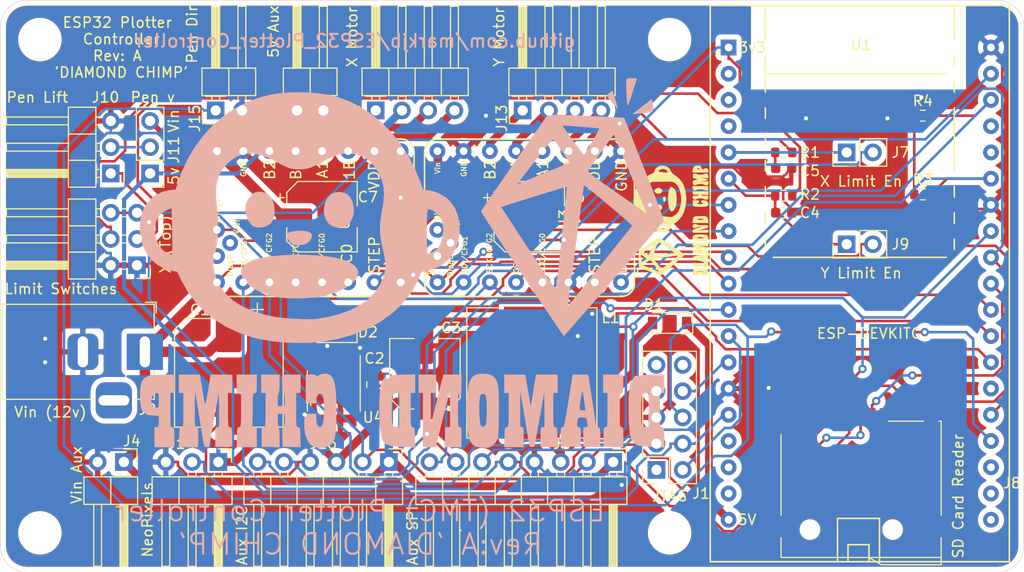
<source format=kicad_pcb>
(kicad_pcb (version 20171130) (host pcbnew "(5.1.9)-1")
  (layers (0 F.Cu signal) (31 B.Cu signal) (34 B.Paste user) (35 F.Paste user) (36 B.SilkS user hide) (37 F.SilkS user) (38 B.Mask user) (39 F.Mask user) (44 Edge.Cuts user))
  (net 0 "")
  (net 1 GND)
  (net 2 +5V)
  (net 3 /Y_Limit)
  (net 4 /X_Limit)
  (net 5 "Net-(D1-Pad1)")
  (net 6 "Net-(D2-Pad1)")
  (net 7 /MOSI)
  (net 8 /SCL)
  (net 9 /SDA)
  (net 10 /MISO)
  (net 11 /SCK)
  (net 12 /CS_SD)
  (net 13 /CS_X)
  (net 14 /CS_Y)
  (net 15 /CS_AUX)
  (net 16 "Net-(J2-Pad3)")
  (net 17 "Net-(J5-Pad3)")
  (net 18 "Net-(J5-Pad4)")
  (net 19 +3V3)
  (net 20 "Net-(J7-Pad2)")
  (net 21 "Net-(J8-Pad1)")
  (net 22 "Net-(J8-Pad8)")
  (net 23 "Net-(J9-Pad2)")
  (net 24 "Net-(J10-Pad2)")
  (net 25 /PEN_LIFT)
  (net 26 "Net-(J12-Pad4)")
  (net 27 "Net-(J12-Pad3)")
  (net 28 "Net-(J12-Pad2)")
  (net 29 "Net-(J12-Pad1)")
  (net 30 "Net-(J13-Pad1)")
  (net 31 "Net-(J13-Pad2)")
  (net 32 "Net-(J13-Pad3)")
  (net 33 "Net-(J13-Pad4)")
  (net 34 /Vin)
  (net 35 "Net-(U1-Pad2)")
  (net 36 "Net-(U1-Pad3)")
  (net 37 "Net-(U1-Pad4)")
  (net 38 /Y_Dir)
  (net 39 /X_Dir)
  (net 40 /Y_Step)
  (net 41 /X_Step)
  (net 42 /StepEn)
  (net 43 "Net-(U1-Pad16)")
  (net 44 "Net-(U1-Pad17)")
  (net 45 "Net-(U1-Pad18)")
  (net 46 "Net-(U1-Pad20)")
  (net 47 "Net-(U1-Pad21)")
  (net 48 "Net-(U1-Pad22)")
  (net 49 "Net-(U1-Pad25)")
  (net 50 "Net-(U1-Pad34)")
  (net 51 "Net-(U1-Pad35)")
  (net 52 "Net-(U2-Pad17)")
  (net 53 "Net-(U3-Pad17)")
  (net 54 "Net-(J1-Pad1)")
  (net 55 /JTAG_TMS)
  (net 56 /NEO_PIXELS_JTAG_TCK)
  (net 57 /PEN_DIR_JTAG_TDO)
  (net 58 "Net-(J1-Pad7)")
  (net 59 /JTAG_TDI)
  (net 60 "Net-(J1-Pad9)")
  (net 61 "Net-(J1-Pad10)")
  (net 62 "Net-(J8-Pad9)")
  (module custom:HK-TF01A (layer F.Cu) (at 192.8445 114.63)
    (fp_text reference J8 (at 14.605 -0.508) (layer F.SilkS))
    (fp_text value Micro_SD_Card_TF-01A)
    (pad "" np_thru_hole circle (at 3.053 3.988) (size 1 1) (drill 1) (layers *.Cu *.Mask))
    (pad "" np_thru_hole circle (at -4.947 3.988) (size 1 1) (drill 1) (layers *.Cu *.Mask))
    (pad 13 smd rect (at 7.753 3.688) (size 1.2 2) (layers F.Cu F.Paste F.Mask) (net 1 GND))
    (pad 12 smd rect (at -7.747 3.688) (size 1.2 2) (layers F.Cu F.Paste F.Mask) (net 1 GND))
    (pad 11 smd rect (at 6.853 -6.012) (size 1.2 1.4) (layers F.Cu F.Paste F.Mask) (net 1 GND))
    (pad 10 smd rect (at -7.747 -6.037) (size 1.2 1.4) (layers F.Cu F.Paste F.Mask) (net 1 GND))
    (pad 1 smd rect (at 2.153 -7.112) (size 0.7 1.3) (layers F.Cu F.Paste F.Mask) (net 21 "Net-(J8-Pad1)"))
    (pad 2 smd rect (at 1.053 -7.112) (size 0.7 1.3) (layers F.Cu F.Paste F.Mask) (net 12 /CS_SD))
    (pad 3 smd rect (at -0.047 -7.112) (size 0.7 1.3) (layers F.Cu F.Paste F.Mask) (net 7 /MOSI))
    (pad 4 smd rect (at -1.147 -7.112) (size 0.7 1.3) (layers F.Cu F.Paste F.Mask) (net 19 +3V3))
    (pad 5 smd rect (at -2.247 -7.112) (size 0.7 1.3) (layers F.Cu F.Paste F.Mask) (net 11 /SCK))
    (pad 6 smd rect (at -3.347 -7.112) (size 0.7 1.3) (layers F.Cu F.Paste F.Mask) (net 1 GND))
    (pad 7 smd rect (at -4.447 -7.112) (size 0.7 1.3) (layers F.Cu F.Paste F.Mask) (net 10 /MISO))
    (pad 8 smd rect (at -5.547 -7.112) (size 0.7 1.3) (layers F.Cu F.Paste F.Mask) (net 22 "Net-(J8-Pad8)"))
    (pad 9 smd rect (at -6.647 -7.112) (size 0.7 1.3) (layers F.Cu F.Paste F.Mask) (net 62 "Net-(J8-Pad9)"))
  )
  (module Connector_PinSocket_2.54mm:PinSocket_2x05_P2.54mm_Vertical (layer F.Cu) (at 173.0375 112.8395 180)
    (fp_text reference J1 (at -4.318 -2.286) (layer F.SilkS))
    (fp_text value "ARM JTAG 10pin")
    (pad 1 thru_hole rect (at 0 0 180) (size 1.7 1.7) (drill 1) (layers *.Cu *.Mask) (net 54 "Net-(J1-Pad1)"))
    (pad 2 thru_hole oval (at -2.54 0 180) (size 1.7 1.7) (drill 1) (layers *.Cu *.Mask) (net 55 /JTAG_TMS))
    (pad 3 thru_hole oval (at 0 2.54 180) (size 1.7 1.7) (drill 1) (layers *.Cu *.Mask) (net 1 GND))
    (pad 4 thru_hole oval (at -2.54 2.54 180) (size 1.7 1.7) (drill 1) (layers *.Cu *.Mask) (net 56 /NEO_PIXELS_JTAG_TCK))
    (pad 5 thru_hole oval (at 0 5.08 180) (size 1.7 1.7) (drill 1) (layers *.Cu *.Mask) (net 1 GND))
    (pad 6 thru_hole oval (at -2.54 5.08 180) (size 1.7 1.7) (drill 1) (layers *.Cu *.Mask) (net 57 /PEN_DIR_JTAG_TDO))
    (pad 7 thru_hole oval (at 0 7.62 180) (size 1.7 1.7) (drill 1) (layers *.Cu *.Mask) (net 58 "Net-(J1-Pad7)"))
    (pad 8 thru_hole oval (at -2.54 7.62 180) (size 1.7 1.7) (drill 1) (layers *.Cu *.Mask) (net 59 /JTAG_TDI))
    (pad 9 thru_hole oval (at 0 10.16 180) (size 1.7 1.7) (drill 1) (layers *.Cu *.Mask) (net 60 "Net-(J1-Pad9)"))
    (pad 10 thru_hole oval (at -2.54 10.16 180) (size 1.7 1.7) (drill 1) (layers *.Cu *.Mask) (net 61 "Net-(J1-Pad10)"))
  )
  (module custom:StepstickTMCv2 (layer F.Cu) (at 151.8285 94.6785 90)
    (fp_text reference U3 (at 6.096 12.319 270) (layer F.SilkS))
    (fp_text value TMC2130)
    (fp_text user Vref (at 5.3848 1.905 270) (layer F.SilkS) (effects (font (size 0.5 0.5) (thickness 0.1))))
    (fp_text user Diag1 (at 7.0612 0 270) (layer F.SilkS) (effects (font (size 0.5 0.5) (thickness 0.1))))
    (fp_text user Diag0 (at 1.6002 1.27 270) (layer F.SilkS) (effects (font (size 0.5 0.5) (thickness 0.1))))
    (fp_text user GND (at 10.287 17.8308 270) (layer F.SilkS))
    (fp_text user VDD (at 10.3632 15.2146 270) (layer F.SilkS))
    (fp_text user 1B (at 10.8966 12.827 270) (layer F.SilkS))
    (fp_text user A1 (at 10.9728 10.2108 270) (layer F.SilkS))
    (fp_text user B1 (at 10.8966 7.6454 270) (layer F.SilkS))
    (fp_text user B2 (at 10.8966 5.1054 270) (layer F.SilkS))
    (fp_text user GND (at 10.9728 2.5654 270) (layer F.SilkS) (effects (font (size 0.5 0.5) (thickness 0.1))))
    (fp_text user Vin (at 11.049 0.0254 270) (layer F.SilkS) (effects (font (size 0.5 0.5) (thickness 0.1))))
    (fp_text user ~EN (at 1.2192 -0.635 270) (layer F.SilkS) (effects (font (size 0.5 0.5) (thickness 0.1))))
    (fp_text user SDI/CFG1 (at 2.667 2.6416 270) (layer F.SilkS) (effects (font (size 0.5 0.5) (thickness 0.1))))
    (fp_text user SCK/CFG2 (at 2.8194 5.0546 90) (layer F.SilkS) (effects (font (size 0.5 0.5) (thickness 0.1))))
    (fp_text user CS/CFG3 (at 2.5654 7.6454 270) (layer F.SilkS) (effects (font (size 0.5 0.5) (thickness 0.1))))
    (fp_text user SDO/CFG0 (at 2.794 10.16 270) (layer F.SilkS) (effects (font (size 0.5 0.5) (thickness 0.1))))
    (fp_text user DC0 (at 2.286 12.573 270) (layer F.SilkS))
    (fp_text user STEP (at 2.6416 15.24 270) (layer F.SilkS))
    (fp_text user DIR (at 2.0828 17.8308 270) (layer F.SilkS))
    (pad 19 thru_hole circle (at 3.81 1.27 270) (size 1.524 1.524) (drill 0.762) (layers *.Cu *.Mask))
    (pad 18 thru_hole circle (at 5.08 0 270) (size 1.524 1.524) (drill 0.762) (layers *.Cu *.Mask) (net 23 "Net-(J9-Pad2)"))
    (pad 17 thru_hole circle (at 2.54 0 270) (size 1.524 1.524) (drill 0.762) (layers *.Cu *.Mask) (net 53 "Net-(U3-Pad17)"))
    (pad 8 thru_hole circle (at 0 17.78 270) (size 1.524 1.524) (drill 0.762) (layers *.Cu *.Mask) (net 38 /Y_Dir))
    (pad 7 thru_hole circle (at 0 15.24 270) (size 1.524 1.524) (drill 0.762) (layers *.Cu *.Mask) (net 40 /Y_Step))
    (pad 6 thru_hole circle (at 0 12.7 270) (size 1.524 1.524) (drill 0.762) (layers *.Cu *.Mask) (net 1 GND))
    (pad 5 thru_hole circle (at 0 10.16 270) (size 1.524 1.524) (drill 0.762) (layers *.Cu *.Mask) (net 10 /MISO))
    (pad 4 thru_hole circle (at 0 7.62 270) (size 1.524 1.524) (drill 0.762) (layers *.Cu *.Mask) (net 14 /CS_Y))
    (pad 3 thru_hole circle (at 0 5.08 270) (size 1.524 1.524) (drill 0.762) (layers *.Cu *.Mask) (net 11 /SCK))
    (pad 2 thru_hole circle (at 0 2.54 270) (size 1.524 1.524) (drill 0.762) (layers *.Cu *.Mask) (net 7 /MOSI))
    (pad 1 thru_hole circle (at 0 0 270) (size 1.524 1.524) (drill 0.762) (layers *.Cu *.Mask) (net 42 /StepEn))
    (pad 16 thru_hole circle (at 12.7 0 270) (size 1.524 1.524) (drill 0.762) (layers *.Cu *.Mask) (net 34 /Vin))
    (pad 15 thru_hole circle (at 12.7 2.54 270) (size 1.524 1.524) (drill 0.762) (layers *.Cu *.Mask) (net 1 GND))
    (pad 14 thru_hole circle (at 12.7 5.08 270) (size 1.524 1.524) (drill 0.762) (layers *.Cu *.Mask) (net 30 "Net-(J13-Pad1)"))
    (pad 13 thru_hole circle (at 12.7 7.62 270) (size 1.524 1.524) (drill 0.762) (layers *.Cu *.Mask) (net 31 "Net-(J13-Pad2)"))
    (pad 12 thru_hole circle (at 12.7 10.16 270) (size 1.524 1.524) (drill 0.762) (layers *.Cu *.Mask) (net 32 "Net-(J13-Pad3)"))
    (pad 11 thru_hole circle (at 12.7 12.7 270) (size 1.524 1.524) (drill 0.762) (layers *.Cu *.Mask) (net 33 "Net-(J13-Pad4)"))
    (pad 10 thru_hole circle (at 12.7 15.24 270) (size 1.524 1.524) (drill 0.762) (layers *.Cu *.Mask) (net 19 +3V3))
    (pad 9 thru_hole circle (at 12.7 17.78 270) (size 1.524 1.524) (drill 0.762) (layers *.Cu *.Mask) (net 1 GND))
  )
  (module custom:StepstickTMCv2 (layer F.Cu) (at 130.4925 94.6785 90)
    (fp_text reference U2 (at 6.096 12.319 270) (layer F.SilkS))
    (fp_text value TMC2130)
    (fp_text user Vref (at 5.3848 1.905 270) (layer F.SilkS) (effects (font (size 0.5 0.5) (thickness 0.1))))
    (fp_text user Diag1 (at 7.0612 0 270) (layer F.SilkS) (effects (font (size 0.5 0.5) (thickness 0.1))))
    (fp_text user Diag0 (at 1.6002 1.27 270) (layer F.SilkS) (effects (font (size 0.5 0.5) (thickness 0.1))))
    (fp_text user GND (at 10.287 17.8308 270) (layer F.SilkS))
    (fp_text user VDD (at 10.3632 15.2146 270) (layer F.SilkS))
    (fp_text user 1B (at 10.8966 12.827 270) (layer F.SilkS))
    (fp_text user A1 (at 10.9728 10.2108 270) (layer F.SilkS))
    (fp_text user B1 (at 10.8966 7.6454 270) (layer F.SilkS))
    (fp_text user B2 (at 10.8966 5.1054 270) (layer F.SilkS))
    (fp_text user GND (at 10.9728 2.5654 270) (layer F.SilkS) (effects (font (size 0.5 0.5) (thickness 0.1))))
    (fp_text user Vin (at 11.049 0.0254 270) (layer F.SilkS) (effects (font (size 0.5 0.5) (thickness 0.1))))
    (fp_text user ~EN (at 1.2192 -0.635 270) (layer F.SilkS) (effects (font (size 0.5 0.5) (thickness 0.1))))
    (fp_text user SDI/CFG1 (at 2.667 2.6416 270) (layer F.SilkS) (effects (font (size 0.5 0.5) (thickness 0.1))))
    (fp_text user SCK/CFG2 (at 2.8194 5.0546 90) (layer F.SilkS) (effects (font (size 0.5 0.5) (thickness 0.1))))
    (fp_text user CS/CFG3 (at 2.5654 7.6454 270) (layer F.SilkS) (effects (font (size 0.5 0.5) (thickness 0.1))))
    (fp_text user SDO/CFG0 (at 2.794 10.16 270) (layer F.SilkS) (effects (font (size 0.5 0.5) (thickness 0.1))))
    (fp_text user DC0 (at 2.286 12.573 270) (layer F.SilkS))
    (fp_text user STEP (at 2.6416 15.24 270) (layer F.SilkS))
    (fp_text user DIR (at 2.0828 17.8308 270) (layer F.SilkS))
    (pad 19 thru_hole circle (at 3.81 1.27 270) (size 1.524 1.524) (drill 0.762) (layers *.Cu *.Mask))
    (pad 18 thru_hole circle (at 5.08 0 270) (size 1.524 1.524) (drill 0.762) (layers *.Cu *.Mask) (net 20 "Net-(J7-Pad2)"))
    (pad 17 thru_hole circle (at 2.54 0 270) (size 1.524 1.524) (drill 0.762) (layers *.Cu *.Mask) (net 52 "Net-(U2-Pad17)"))
    (pad 8 thru_hole circle (at 0 17.78 270) (size 1.524 1.524) (drill 0.762) (layers *.Cu *.Mask) (net 39 /X_Dir))
    (pad 7 thru_hole circle (at 0 15.24 270) (size 1.524 1.524) (drill 0.762) (layers *.Cu *.Mask) (net 41 /X_Step))
    (pad 6 thru_hole circle (at 0 12.7 270) (size 1.524 1.524) (drill 0.762) (layers *.Cu *.Mask) (net 1 GND))
    (pad 5 thru_hole circle (at 0 10.16 270) (size 1.524 1.524) (drill 0.762) (layers *.Cu *.Mask) (net 10 /MISO))
    (pad 4 thru_hole circle (at 0 7.62 270) (size 1.524 1.524) (drill 0.762) (layers *.Cu *.Mask) (net 13 /CS_X))
    (pad 3 thru_hole circle (at 0 5.08 270) (size 1.524 1.524) (drill 0.762) (layers *.Cu *.Mask) (net 11 /SCK))
    (pad 2 thru_hole circle (at 0 2.54 270) (size 1.524 1.524) (drill 0.762) (layers *.Cu *.Mask) (net 7 /MOSI))
    (pad 1 thru_hole circle (at 0 0 270) (size 1.524 1.524) (drill 0.762) (layers *.Cu *.Mask) (net 42 /StepEn))
    (pad 16 thru_hole circle (at 12.7 0 270) (size 1.524 1.524) (drill 0.762) (layers *.Cu *.Mask) (net 34 /Vin))
    (pad 15 thru_hole circle (at 12.7 2.54 270) (size 1.524 1.524) (drill 0.762) (layers *.Cu *.Mask) (net 1 GND))
    (pad 14 thru_hole circle (at 12.7 5.08 270) (size 1.524 1.524) (drill 0.762) (layers *.Cu *.Mask) (net 29 "Net-(J12-Pad1)"))
    (pad 13 thru_hole circle (at 12.7 7.62 270) (size 1.524 1.524) (drill 0.762) (layers *.Cu *.Mask) (net 28 "Net-(J12-Pad2)"))
    (pad 12 thru_hole circle (at 12.7 10.16 270) (size 1.524 1.524) (drill 0.762) (layers *.Cu *.Mask) (net 27 "Net-(J12-Pad3)"))
    (pad 11 thru_hole circle (at 12.7 12.7 270) (size 1.524 1.524) (drill 0.762) (layers *.Cu *.Mask) (net 26 "Net-(J12-Pad4)"))
    (pad 10 thru_hole circle (at 12.7 15.24 270) (size 1.524 1.524) (drill 0.762) (layers *.Cu *.Mask) (net 19 +3V3))
    (pad 9 thru_hole circle (at 12.7 17.78 270) (size 1.524 1.524) (drill 0.762) (layers *.Cu *.Mask) (net 1 GND))
  )
  (module custom:dc_600 (layer B.Cu) (at 148.3995 92.7735 180)
    (fp_text reference G*** hide)
    (fp_text value LOGO hide)
  )
  (module custom:dc_7mm (layer F.Cu) (at 174.3075 88.7095 90)
    (fp_text reference G*** hide)
    (fp_text value LOGO hide)
  )
  (module custom:DEVKITC (layer F.Cu) (at 180.0225 71.9455)
    (fp_text reference U1 (at 12.827 -0.254) (layer F.SilkS))
    (fp_text value ESP-DEVKITC (at 13.589 27.686) (layer F.SilkS))
    (fp_text user 3v3 (at 2.286 0) (layer F.SilkS))
    (fp_text user 5V (at 1.778 45.72) (layer F.SilkS))
    (pad 38 thru_hole circle (at 25.4 0) (size 1.524 1.524) (drill 0.762) (layers *.Cu *.Mask) (net 1 GND))
    (pad 37 thru_hole circle (at 25.4 2.54) (size 1.524 1.524) (drill 0.762) (layers *.Cu *.Mask) (net 7 /MOSI))
    (pad 36 thru_hole circle (at 25.4 5.08) (size 1.524 1.524) (drill 0.762) (layers *.Cu *.Mask) (net 8 /SCL))
    (pad 35 thru_hole circle (at 25.4 7.62) (size 1.524 1.524) (drill 0.762) (layers *.Cu *.Mask) (net 51 "Net-(U1-Pad35)"))
    (pad 34 thru_hole circle (at 25.4 10.16) (size 1.524 1.524) (drill 0.762) (layers *.Cu *.Mask) (net 50 "Net-(U1-Pad34)"))
    (pad 33 thru_hole circle (at 25.4 12.7) (size 1.524 1.524) (drill 0.762) (layers *.Cu *.Mask) (net 9 /SDA))
    (pad 32 thru_hole circle (at 25.4 15.24) (size 1.524 1.524) (drill 0.762) (layers *.Cu *.Mask) (net 1 GND))
    (pad 31 thru_hole circle (at 25.4 17.78) (size 1.524 1.524) (drill 0.762) (layers *.Cu *.Mask) (net 10 /MISO))
    (pad 30 thru_hole circle (at 25.4 20.32) (size 1.524 1.524) (drill 0.762) (layers *.Cu *.Mask) (net 11 /SCK))
    (pad 29 thru_hole circle (at 25.4 22.86) (size 1.524 1.524) (drill 0.762) (layers *.Cu *.Mask) (net 12 /CS_SD))
    (pad 28 thru_hole circle (at 25.4 25.4) (size 1.524 1.524) (drill 0.762) (layers *.Cu *.Mask) (net 13 /CS_X))
    (pad 27 thru_hole circle (at 25.4 27.94) (size 1.524 1.524) (drill 0.762) (layers *.Cu *.Mask) (net 14 /CS_Y))
    (pad 26 thru_hole circle (at 25.4 30.48) (size 1.524 1.524) (drill 0.762) (layers *.Cu *.Mask) (net 15 /CS_AUX))
    (pad 25 thru_hole circle (at 25.4 33.02) (size 1.524 1.524) (drill 0.762) (layers *.Cu *.Mask) (net 49 "Net-(U1-Pad25)"))
    (pad 24 thru_hole circle (at 25.4 35.56) (size 1.524 1.524) (drill 0.762) (layers *.Cu *.Mask) (net 42 /StepEn))
    (pad 23 thru_hole circle (at 25.4 38.1) (size 1.524 1.524) (drill 0.762) (layers *.Cu *.Mask) (net 57 /PEN_DIR_JTAG_TDO))
    (pad 22 thru_hole circle (at 25.4 40.64) (size 1.524 1.524) (drill 0.762) (layers *.Cu *.Mask) (net 48 "Net-(U1-Pad22)"))
    (pad 21 thru_hole circle (at 25.4 43.18) (size 1.524 1.524) (drill 0.762) (layers *.Cu *.Mask) (net 47 "Net-(U1-Pad21)"))
    (pad 20 thru_hole circle (at 25.4 45.72) (size 1.524 1.524) (drill 0.762) (layers *.Cu *.Mask) (net 46 "Net-(U1-Pad20)"))
    (pad 19 thru_hole circle (at 0 45.72) (size 1.524 1.524) (drill 0.762) (layers *.Cu *.Mask) (net 5 "Net-(D1-Pad1)"))
    (pad 18 thru_hole circle (at 0 43.18) (size 1.524 1.524) (drill 0.762) (layers *.Cu *.Mask) (net 45 "Net-(U1-Pad18)"))
    (pad 17 thru_hole circle (at 0 40.64) (size 1.524 1.524) (drill 0.762) (layers *.Cu *.Mask) (net 44 "Net-(U1-Pad17)"))
    (pad 16 thru_hole circle (at 0 38.1) (size 1.524 1.524) (drill 0.762) (layers *.Cu *.Mask) (net 43 "Net-(U1-Pad16)"))
    (pad 15 thru_hole circle (at 0 35.56) (size 1.524 1.524) (drill 0.762) (layers *.Cu *.Mask) (net 56 /NEO_PIXELS_JTAG_TCK))
    (pad 14 thru_hole circle (at 0 33.02) (size 1.524 1.524) (drill 0.762) (layers *.Cu *.Mask) (net 1 GND))
    (pad 13 thru_hole circle (at 0 30.48) (size 1.524 1.524) (drill 0.762) (layers *.Cu *.Mask) (net 59 /JTAG_TDI))
    (pad 12 thru_hole circle (at 0 27.94) (size 1.524 1.524) (drill 0.762) (layers *.Cu *.Mask) (net 55 /JTAG_TMS))
    (pad 11 thru_hole circle (at 0 25.4) (size 1.524 1.524) (drill 0.762) (layers *.Cu *.Mask) (net 25 /PEN_LIFT))
    (pad 10 thru_hole circle (at 0 22.86) (size 1.524 1.524) (drill 0.762) (layers *.Cu *.Mask) (net 39 /X_Dir))
    (pad 9 thru_hole circle (at 0 20.32) (size 1.524 1.524) (drill 0.762) (layers *.Cu *.Mask) (net 41 /X_Step))
    (pad 8 thru_hole circle (at 0 17.78) (size 1.524 1.524) (drill 0.762) (layers *.Cu *.Mask) (net 38 /Y_Dir))
    (pad 7 thru_hole circle (at 0 15.24) (size 1.524 1.524) (drill 0.762) (layers *.Cu *.Mask) (net 40 /Y_Step))
    (pad 6 thru_hole circle (at 0 12.7) (size 1.524 1.524) (drill 0.762) (layers *.Cu *.Mask) (net 3 /Y_Limit))
    (pad 5 thru_hole circle (at 0 10.16) (size 1.524 1.524) (drill 0.762) (layers *.Cu *.Mask) (net 4 /X_Limit))
    (pad 4 thru_hole circle (at 0 7.62) (size 1.524 1.524) (drill 0.762) (layers *.Cu *.Mask) (net 37 "Net-(U1-Pad4)"))
    (pad 3 thru_hole circle (at 0 5.08) (size 1.524 1.524) (drill 0.762) (layers *.Cu *.Mask) (net 36 "Net-(U1-Pad3)"))
    (pad 2 thru_hole circle (at 0 2.54) (size 1.524 1.524) (drill 0.762) (layers *.Cu *.Mask) (net 35 "Net-(U1-Pad2)"))
    (pad 1 thru_hole rect (at 0 0) (size 1.524 1.524) (drill 0.762) (layers *.Cu *.Mask) (net 19 +3V3))
  )
  (module MountingHole:MountingHole_3.2mm_M3 (layer F.Cu) (at 174.3075 71.1835)
    (fp_text reference H2 hide)
    (fp_text value MountingHole_3.2mm_M3)
    (pad "" np_thru_hole circle (at 0 0) (size 3.2 3.2) (drill 3.2) (layers *.Cu *.Mask))
  )
  (module MountingHole:MountingHole_3.2mm_M3 (layer F.Cu) (at 113.3475 71.1835)
    (fp_text reference H1 hide)
    (fp_text value MountingHole_3.2mm_M3)
    (pad "" np_thru_hole circle (at 0 0) (size 3.2 3.2) (drill 3.2) (layers *.Cu *.Mask))
  )
  (module MountingHole:MountingHole_3.2mm_M3 (layer F.Cu) (at 174.3075 118.9355)
    (fp_text reference H3 hide)
    (fp_text value MountingHole_3.2mm_M3)
    (pad "" np_thru_hole circle (at 0 0) (size 3.2 3.2) (drill 3.2) (layers *.Cu *.Mask))
  )
  (module MountingHole:MountingHole_3.2mm_M3 (layer F.Cu) (at 113.3475 118.9355)
    (fp_text reference H4 hide)
    (fp_text value MountingHole_3.2mm_M3)
    (pad "" np_thru_hole circle (at 0 0) (size 3.2 3.2) (drill 3.2) (layers *.Cu *.Mask))
  )
  (module Capacitor_SMD:CP_Elec_10x10 (layer F.Cu) (at 131.6355 103.4415 270)
    (fp_text reference C1 (at -6.096 2.794 180) (layer F.SilkS))
    (fp_text value "470uF 35v")
    (pad 2 smd roundrect (at 4 0 270) (size 4 2.5) (layers F.Cu F.Paste F.Mask) (roundrect_rratio 0.1) (net 1 GND))
    (pad 1 smd roundrect (at -4 0 270) (size 4 2.5) (layers F.Cu F.Paste F.Mask) (roundrect_rratio 0.1) (net 34 /Vin))
  )
  (module Capacitor_SMD:C_0805_2012Metric (layer F.Cu) (at 145.7325 104.5845 270)
    (fp_text reference C2 (at -2.54 0 180) (layer F.SilkS))
    (fp_text value 1uF)
    (pad 2 smd roundrect (at 0.95 0 270) (size 1 1.45) (layers F.Cu F.Paste F.Mask) (net 1 GND))
    (pad 1 smd roundrect (at -0.95 0 270) (size 1 1.45) (layers F.Cu F.Paste F.Mask) (net 34 /Vin))
  )
  (module Capacitor_SMD:CP_Elec_6.3x7.7 (layer F.Cu) (at 150.622 103.5355 90)
    (fp_text reference C3 (at 4.445 2.54 180) (layer F.SilkS))
    (fp_text value "180uF 35v")
    (pad 2 smd roundrect (at 2.7 0 90) (size 3.5 1.6) (layers F.Cu F.Paste F.Mask) (roundrect_rratio 0.15625) (net 1 GND))
    (pad 1 smd roundrect (at -2.7 0 90) (size 3.5 1.6) (layers F.Cu F.Paste F.Mask) (roundrect_rratio 0.15625) (net 2 +5V))
  )
  (module Capacitor_SMD:CP_Elec_6.3x5.7 (layer F.Cu) (at 160.7185 88.3285)
    (fp_text reference C6 (at 4.445 -1.905) (layer F.SilkS))
    (fp_text value "47uF 35V")
    (pad 2 smd roundrect (at 2.7 0) (size 3.5 1.6) (layers F.Cu F.Paste F.Mask) (roundrect_rratio 0.15625) (net 1 GND))
    (pad 1 smd roundrect (at -2.7 0) (size 3.5 1.6) (layers F.Cu F.Paste F.Mask) (roundrect_rratio 0.15625) (net 34 /Vin))
  )
  (module Capacitor_SMD:CP_Elec_6.3x5.7 (layer F.Cu) (at 140.6525 88.3285)
    (fp_text reference C7 (at 4.445 -1.905) (layer F.SilkS))
    (fp_text value "47uF 35V")
    (pad 2 smd roundrect (at 2.7 0) (size 3.5 1.6) (layers F.Cu F.Paste F.Mask) (roundrect_rratio 0.15625) (net 1 GND))
    (pad 1 smd roundrect (at -2.7 0) (size 3.5 1.6) (layers F.Cu F.Paste F.Mask) (roundrect_rratio 0.15625) (net 34 /Vin))
  )
  (module Diode_SMD:D_SOD-123 (layer F.Cu) (at 174.3075 98.6155 180)
    (fp_text reference D1 (at 1.524 1.778) (layer F.SilkS))
    (fp_text value B5819W)
    (pad 2 smd rect (at 1.65 0 180) (size 0.9 1.2) (layers F.Cu F.Paste F.Mask) (net 2 +5V))
    (pad 1 smd rect (at -1.65 0 180) (size 0.9 1.2) (layers F.Cu F.Paste F.Mask) (net 5 "Net-(D1-Pad1)"))
  )
  (module Diode_SMD:D_SOD-123 (layer F.Cu) (at 141.7955 99.5045 180)
    (fp_text reference D2 (at -3.302 0 180) (layer F.SilkS))
    (fp_text value B5819W)
    (pad 2 smd rect (at 1.65 0 180) (size 0.9 1.2) (layers F.Cu F.Paste F.Mask) (net 1 GND))
    (pad 1 smd rect (at -1.65 0 180) (size 0.9 1.2) (layers F.Cu F.Paste F.Mask) (net 6 "Net-(D2-Pad1)"))
  )
  (module Connector_BarrelJack:BarrelJack_Horizontal (layer F.Cu) (at 123.5075 101.4095)
    (fp_text reference J2 (at 0.254 5.588) (layer F.SilkS))
    (fp_text value Power)
    (pad 3 thru_hole roundrect (at -3 4.7) (size 3.5 3.5) (drill oval 3 1) (layers *.Cu *.Mask) (net 16 "Net-(J2-Pad3)"))
    (pad 2 thru_hole roundrect (at -6 0) (size 3 3.5) (drill oval 1 3) (layers *.Cu *.Mask) (net 1 GND))
    (pad 1 thru_hole rect (at 0 0) (size 3.5 3.5) (drill oval 1 3) (layers *.Cu *.Mask) (net 34 /Vin))
  )
  (module Connector_PinHeader_2.54mm:PinHeader_1x02_P2.54mm_Horizontal (layer F.Cu) (at 138.2395 78.0415 90)
    (fp_text reference J3 (at -1.27 -2.032 90) (layer F.SilkS))
    (fp_text value "5V Aux")
    (pad 2 thru_hole oval (at 0 2.54 90) (size 1.7 1.7) (drill 1) (layers *.Cu *.Mask) (net 1 GND))
    (pad 1 thru_hole rect (at 0 0 90) (size 1.7 1.7) (drill 1) (layers *.Cu *.Mask) (net 2 +5V))
  )
  (module Connector_PinHeader_2.54mm:PinHeader_1x02_P2.54mm_Horizontal (layer F.Cu) (at 121.4755 112.0775 270)
    (fp_text reference J4 (at -2.032 -0.762 180) (layer F.SilkS))
    (fp_text value "Vin Aux")
    (pad 2 thru_hole oval (at 0 2.54 270) (size 1.7 1.7) (drill 1) (layers *.Cu *.Mask) (net 1 GND))
    (pad 1 thru_hole rect (at 0 0 270) (size 1.7 1.7) (drill 1) (layers *.Cu *.Mask) (net 34 /Vin))
  )
  (module Connector_PinHeader_2.54mm:PinHeader_2x03_P2.54mm_Horizontal (layer F.Cu) (at 122.7455 93.0275 180)
    (fp_text reference J5 (at -2.032 5.842) (layer F.SilkS))
    (fp_text value "Limit Switches")
    (pad 6 thru_hole oval (at 2.54 5.08 180) (size 1.7 1.7) (drill 1) (layers *.Cu *.Mask) (net 19 +3V3))
    (pad 5 thru_hole oval (at 0 5.08 180) (size 1.7 1.7) (drill 1) (layers *.Cu *.Mask) (net 19 +3V3))
    (pad 4 thru_hole oval (at 2.54 2.54 180) (size 1.7 1.7) (drill 1) (layers *.Cu *.Mask) (net 18 "Net-(J5-Pad4)"))
    (pad 3 thru_hole oval (at 0 2.54 180) (size 1.7 1.7) (drill 1) (layers *.Cu *.Mask) (net 17 "Net-(J5-Pad3)"))
    (pad 2 thru_hole oval (at 2.54 0 180) (size 1.7 1.7) (drill 1) (layers *.Cu *.Mask) (net 1 GND))
    (pad 1 thru_hole rect (at 0 0 180) (size 1.7 1.7) (drill 1) (layers *.Cu *.Mask) (net 1 GND))
  )
  (module Connector_PinHeader_2.54mm:PinHeader_1x08_P2.54mm_Horizontal (layer F.Cu) (at 168.8465 112.0775 270)
    (fp_text reference J6 (at -1.778 4.953 180) (layer F.SilkS))
    (fp_text value "Aux Port (SPI)")
    (pad 8 thru_hole oval (at 0 17.78 270) (size 1.7 1.7) (drill 1) (layers *.Cu *.Mask) (net 15 /CS_AUX))
    (pad 7 thru_hole oval (at 0 15.24 270) (size 1.7 1.7) (drill 1) (layers *.Cu *.Mask) (net 11 /SCK))
    (pad 6 thru_hole oval (at 0 12.7 270) (size 1.7 1.7) (drill 1) (layers *.Cu *.Mask) (net 10 /MISO))
    (pad 5 thru_hole oval (at 0 10.16 270) (size 1.7 1.7) (drill 1) (layers *.Cu *.Mask) (net 7 /MOSI))
    (pad 4 thru_hole oval (at 0 7.62 270) (size 1.7 1.7) (drill 1) (layers *.Cu *.Mask) (net 1 GND))
    (pad 3 thru_hole oval (at 0 5.08 270) (size 1.7 1.7) (drill 1) (layers *.Cu *.Mask) (net 2 +5V))
    (pad 2 thru_hole oval (at 0 2.54 270) (size 1.7 1.7) (drill 1) (layers *.Cu *.Mask) (net 19 +3V3))
    (pad 1 thru_hole rect (at 0 0 270) (size 1.7 1.7) (drill 1) (layers *.Cu *.Mask) (net 34 /Vin))
  )
  (module Connector_PinHeader_2.54mm:PinHeader_1x02_P2.54mm_Vertical (layer F.Cu) (at 191.4525 82.1055 90)
    (fp_text reference J7 (at 0 5.207 180) (layer F.SilkS))
    (fp_text value "X Limit")
    (pad 2 thru_hole oval (at 0 2.54 90) (size 1.7 1.7) (drill 1) (layers *.Cu *.Mask) (net 20 "Net-(J7-Pad2)"))
    (pad 1 thru_hole rect (at 0 0 90) (size 1.7 1.7) (drill 1) (layers *.Cu *.Mask) (net 4 /X_Limit))
  )
  (module Connector_PinHeader_2.54mm:PinHeader_1x02_P2.54mm_Vertical (layer F.Cu) (at 191.4525 90.9955 90)
    (fp_text reference J9 (at 0 5.207 180) (layer F.SilkS))
    (fp_text value "Y Limit")
    (pad 2 thru_hole oval (at 0 2.54 90) (size 1.7 1.7) (drill 1) (layers *.Cu *.Mask) (net 23 "Net-(J9-Pad2)"))
    (pad 1 thru_hole rect (at 0 0 90) (size 1.7 1.7) (drill 1) (layers *.Cu *.Mask) (net 3 /Y_Limit))
  )
  (module Connector_PinHeader_2.54mm:PinHeader_1x03_P2.54mm_Horizontal (layer F.Cu) (at 120.2055 84.1375 180)
    (fp_text reference J10 (at 0.508 7.366) (layer F.SilkS))
    (fp_text value "Pen Lift")
    (pad 3 thru_hole oval (at 0 5.08 180) (size 1.7 1.7) (drill 1) (layers *.Cu *.Mask) (net 1 GND))
    (pad 2 thru_hole oval (at 0 2.54 180) (size 1.7 1.7) (drill 1) (layers *.Cu *.Mask) (net 24 "Net-(J10-Pad2)"))
    (pad 1 thru_hole rect (at 0 0 180) (size 1.7 1.7) (drill 1) (layers *.Cu *.Mask) (net 25 /PEN_LIFT))
  )
  (module Connector_PinHeader_2.54mm:PinHeader_1x03_P2.54mm_Vertical (layer F.Cu) (at 124.0155 84.1375 180)
    (fp_text reference J11 (at -2.286 2.286 90) (layer F.SilkS))
    (fp_text value Vselect)
    (pad 3 thru_hole oval (at 0 5.08 180) (size 1.7 1.7) (drill 1) (layers *.Cu *.Mask) (net 34 /Vin))
    (pad 2 thru_hole oval (at 0 2.54 180) (size 1.7 1.7) (drill 1) (layers *.Cu *.Mask) (net 24 "Net-(J10-Pad2)"))
    (pad 1 thru_hole rect (at 0 0 180) (size 1.7 1.7) (drill 1) (layers *.Cu *.Mask) (net 2 +5V))
  )
  (module Connector_PinHeader_2.54mm:PinHeader_1x04_P2.54mm_Horizontal (layer F.Cu) (at 145.8595 78.0415 90)
    (fp_text reference J12 (at -0.762 -2.032 90) (layer F.SilkS))
    (fp_text value "X Motor")
    (pad 4 thru_hole oval (at 0 7.62 90) (size 1.7 1.7) (drill 1) (layers *.Cu *.Mask) (net 26 "Net-(J12-Pad4)"))
    (pad 3 thru_hole oval (at 0 5.08 90) (size 1.7 1.7) (drill 1) (layers *.Cu *.Mask) (net 27 "Net-(J12-Pad3)"))
    (pad 2 thru_hole oval (at 0 2.54 90) (size 1.7 1.7) (drill 1) (layers *.Cu *.Mask) (net 28 "Net-(J12-Pad2)"))
    (pad 1 thru_hole rect (at 0 0 90) (size 1.7 1.7) (drill 1) (layers *.Cu *.Mask) (net 29 "Net-(J12-Pad1)"))
  )
  (module Connector_PinHeader_2.54mm:PinHeader_1x04_P2.54mm_Horizontal (layer F.Cu) (at 160.0835 78.0415 90)
    (fp_text reference J13 (at -0.762 -2.032 90) (layer F.SilkS))
    (fp_text value "Y Motor")
    (pad 4 thru_hole oval (at 0 7.62 90) (size 1.7 1.7) (drill 1) (layers *.Cu *.Mask) (net 33 "Net-(J13-Pad4)"))
    (pad 3 thru_hole oval (at 0 5.08 90) (size 1.7 1.7) (drill 1) (layers *.Cu *.Mask) (net 32 "Net-(J13-Pad3)"))
    (pad 2 thru_hole oval (at 0 2.54 90) (size 1.7 1.7) (drill 1) (layers *.Cu *.Mask) (net 31 "Net-(J13-Pad2)"))
    (pad 1 thru_hole rect (at 0 0 90) (size 1.7 1.7) (drill 1) (layers *.Cu *.Mask) (net 30 "Net-(J13-Pad1)"))
  )
  (module Connector_PinHeader_2.54mm:PinHeader_1x03_P2.54mm_Horizontal (layer F.Cu) (at 130.6195 112.0775 270)
    (fp_text reference J14 (at -1.778 3.556 180) (layer F.SilkS))
    (fp_text value "Neo Pixel LEDs")
    (pad 3 thru_hole oval (at 0 5.08 270) (size 1.7 1.7) (drill 1) (layers *.Cu *.Mask) (net 1 GND))
    (pad 2 thru_hole oval (at 0 2.54 270) (size 1.7 1.7) (drill 1) (layers *.Cu *.Mask) (net 56 /NEO_PIXELS_JTAG_TCK))
    (pad 1 thru_hole rect (at 0 0 270) (size 1.7 1.7) (drill 1) (layers *.Cu *.Mask) (net 2 +5V))
  )
  (module Connector_PinHeader_2.54mm:PinHeader_1x02_P2.54mm_Horizontal (layer F.Cu) (at 130.3655 78.0415 90)
    (fp_text reference J15 (at -0.762 -2.032 90) (layer F.SilkS))
    (fp_text value "Pen Direction")
    (pad 2 thru_hole oval (at 0 2.54 90) (size 1.7 1.7) (drill 1) (layers *.Cu *.Mask) (net 1 GND))
    (pad 1 thru_hole rect (at 0 0 90) (size 1.7 1.7) (drill 1) (layers *.Cu *.Mask) (net 57 /PEN_DIR_JTAG_TDO))
  )
  (module Connector_PinHeader_2.54mm:PinHeader_1x06_P2.54mm_Horizontal (layer F.Cu) (at 147.1295 112.0775 270)
    (fp_text reference J16 (at -1.778 6.35 180) (layer F.SilkS))
    (fp_text value "Aux Port (I2C)")
    (pad 6 thru_hole oval (at 0 12.7 270) (size 1.7 1.7) (drill 1) (layers *.Cu *.Mask) (net 9 /SDA))
    (pad 5 thru_hole oval (at 0 10.16 270) (size 1.7 1.7) (drill 1) (layers *.Cu *.Mask) (net 8 /SCL))
    (pad 4 thru_hole oval (at 0 7.62 270) (size 1.7 1.7) (drill 1) (layers *.Cu *.Mask) (net 1 GND))
    (pad 3 thru_hole oval (at 0 5.08 270) (size 1.7 1.7) (drill 1) (layers *.Cu *.Mask) (net 2 +5V))
    (pad 2 thru_hole oval (at 0 2.54 270) (size 1.7 1.7) (drill 1) (layers *.Cu *.Mask) (net 19 +3V3))
    (pad 1 thru_hole rect (at 0 0 270) (size 1.7 1.7) (drill 1) (layers *.Cu *.Mask) (net 34 /Vin))
  )
  (module Inductor_SMD:L_12x12mm_H6mm (layer F.Cu) (at 160.9725 103.4445 270)
    (fp_text reference L1 (at -5.334 -7.62 180) (layer F.SilkS))
    (fp_text value 68uH)
    (pad 2 smd rect (at 4.95 0 270) (size 2.9 5.4) (layers F.Cu F.Paste F.Mask) (net 2 +5V))
    (pad 1 smd rect (at -4.95 0 270) (size 2.9 5.4) (layers F.Cu F.Paste F.Mask) (net 6 "Net-(D2-Pad1)"))
  )
  (module Resistor_SMD:R_0603_1608Metric (layer F.Cu) (at 185.3565 82.1055)
    (fp_text reference R1 (at 2.54 0) (layer F.SilkS))
    (fp_text value 100)
    (pad 2 smd roundrect (at 0.825 0) (size 0.8 0.95) (layers F.Cu F.Paste F.Mask) (net 17 "Net-(J5-Pad3)"))
    (pad 1 smd roundrect (at -0.825 0) (size 0.8 0.95) (layers F.Cu F.Paste F.Mask) (net 4 /X_Limit))
  )
  (module Resistor_SMD:R_0603_1608Metric (layer F.Cu) (at 185.3565 86.2965)
    (fp_text reference R2 (at 2.54 -0.127) (layer F.SilkS))
    (fp_text value 100)
    (pad 2 smd roundrect (at 0.825 0) (size 0.8 0.95) (layers F.Cu F.Paste F.Mask) (net 18 "Net-(J5-Pad4)"))
    (pad 1 smd roundrect (at -0.825 0) (size 0.8 0.95) (layers F.Cu F.Paste F.Mask) (net 3 /Y_Limit))
  )
  (module Resistor_SMD:R_0603_1608Metric (layer F.Cu) (at 198.8185 86.1695)
    (fp_text reference R3 (at 0 -1.43) (layer F.SilkS))
    (fp_text value 10K)
    (pad 2 smd roundrect (at 0.825 0) (size 0.8 0.95) (layers F.Cu F.Paste F.Mask) (net 9 /SDA))
    (pad 1 smd roundrect (at -0.825 0) (size 0.8 0.95) (layers F.Cu F.Paste F.Mask) (net 19 +3V3))
  )
  (module Resistor_SMD:R_0603_1608Metric (layer F.Cu) (at 198.8185 78.5495)
    (fp_text reference R4 (at 0 -1.43) (layer F.SilkS))
    (fp_text value 10K)
    (pad 2 smd roundrect (at 0.825 0) (size 0.8 0.95) (layers F.Cu F.Paste F.Mask) (net 8 /SCL))
    (pad 1 smd roundrect (at -0.825 0) (size 0.8 0.95) (layers F.Cu F.Paste F.Mask) (net 19 +3V3))
  )
  (module Capacitor_SMD:C_0603_1608Metric (layer F.Cu) (at 185.3565 87.9475)
    (fp_text reference C4 (at 2.54 0) (layer F.SilkS))
    (fp_text value 100nF)
    (pad 1 smd roundrect (at -0.775 0) (size 0.9 0.95) (layers F.Cu F.Paste F.Mask) (net 3 /Y_Limit))
    (pad 2 smd roundrect (at 0.775 0) (size 0.9 0.95) (layers F.Cu F.Paste F.Mask) (net 1 GND))
  )
  (module Capacitor_SMD:C_0603_1608Metric (layer F.Cu) (at 185.3565 83.6295)
    (fp_text reference C5 (at 2.54 0.254) (layer F.SilkS))
    (fp_text value 100nF)
    (pad 2 smd roundrect (at 0.775 0) (size 0.9 0.95) (layers F.Cu F.Paste F.Mask) (net 1 GND))
    (pad 1 smd roundrect (at -0.775 0) (size 0.9 0.95) (layers F.Cu F.Paste F.Mask) (net 4 /X_Limit))
  )
  (module Package_SO:SO-8_3.9x4.9mm_P1.27mm (layer F.Cu) (at 141.7955 105.2195 270)
    (fp_text reference U4 (at 2.54 -3.81 180) (layer F.SilkS))
    (fp_text value XL1509)
    (pad 1 smd roundrect (at -2.575 -1.905 270) (size 1.75 0.6) (layers F.Cu F.Paste F.Mask) (net 34 /Vin))
    (pad 2 smd roundrect (at -2.575 -0.635 270) (size 1.75 0.6) (layers F.Cu F.Paste F.Mask) (net 6 "Net-(D2-Pad1)"))
    (pad 3 smd roundrect (at -2.575 0.635 270) (size 1.75 0.6) (layers F.Cu F.Paste F.Mask) (net 2 +5V))
    (pad 4 smd roundrect (at -2.575 1.905 270) (size 1.75 0.6) (layers F.Cu F.Paste F.Mask) (net 1 GND))
    (pad 5 smd roundrect (at 2.575 1.905 270) (size 1.75 0.6) (layers F.Cu F.Paste F.Mask) (net 1 GND))
    (pad 6 smd roundrect (at 2.575 0.635 270) (size 1.75 0.6) (layers F.Cu F.Paste F.Mask) (net 1 GND))
    (pad 7 smd roundrect (at 2.575 -0.635 270) (size 1.75 0.6) (layers F.Cu F.Paste F.Mask) (net 1 GND))
    (pad 8 smd roundrect (at 2.575 -1.905 270) (size 1.75 0.6) (layers F.Cu F.Paste F.Mask) (net 1 GND))
  )
  (gr_line (start 109.5375 120.2055) (end 109.5375 69.9135) (layer Edge.Cuts) (width 0.05))
  (gr_line (start 206.0575 122.7455) (end 112.0775 122.7455) (layer Edge.Cuts) (width 0.05))
  (gr_line (start 208.5975 69.9135) (end 208.5975 120.2055) (layer Edge.Cuts) (width 0.05))
  (gr_line (start 112.0775 67.3735) (end 206.0575 67.3735) (layer Edge.Cuts) (width 0.05))
  (gr_arc (start 112.0775 69.9135) (end 112.0775 67.3735) (angle -90) (layer Edge.Cuts) (width 0.05))
  (gr_arc (start 112.0775 120.2055) (end 109.5375 120.2055) (angle -90) (layer Edge.Cuts) (width 0.05))
  (gr_arc (start 206.0575 120.2055) (end 208.5975 120.2055) (angle 90) (layer Edge.Cuts) (width 0.05))
  (gr_arc (start 206.0575 69.9135) (end 208.5975 69.9135) (angle -90) (layer Edge.Cuts) (width 0.05))
  (gr_text github.com/markjb/ESP32_Plotter_Controller (at 143.8275 71.3105) (layer B.SilkS) (effects (font (size 1.25 1.25) (thickness 0.2)) (justify mirror)))
  (gr_text "SD Card Reader" (at 202.2475 115.3795 90) (layer F.SilkS) (effects (font (size 1 1))))
  (gr_text JTAG (at 174.3075 115.3795) (layer F.SilkS) (effects (font (size 1 1))))
  (gr_text "Y Limit En" (at 192.8495 93.7895) (layer F.SilkS) (effects (font (size 1 1))))
  (gr_text "X Limit En" (at 192.8495 84.8995) (layer F.SilkS) (effects (font (size 1 1))))
  (gr_text "Aux SPI" (at 149.4155 119.1895 90) (layer F.SilkS) (effects (font (size 1 1))))
  (gr_text "Aux I2C" (at 132.9055 119.1895 90) (layer F.SilkS) (effects (font (size 1 1))))
  (gr_text NeoPixels (at 123.7615 117.6655 90) (layer F.SilkS) (effects (font (size 1 1))))
  (gr_text "Vin Aux" (at 116.9035 113.3475 90) (layer F.SilkS) (effects (font (size 1 1))))
  (gr_text "Vin (12v)" (at 114.3635 107.2515) (layer F.SilkS) (effects (font (size 1 1))))
  (gr_text "X (Top)\ny (Btm)" (at 126.3015 90.9955 90) (layer F.SilkS) (effects (font (size 1 1))))
  (gr_text "Limit Switches" (at 115.3795 95.3135) (layer F.SilkS) (effects (font (size 1 1))))
  (gr_text 5v (at 126.3015 84.3915 90) (layer F.SilkS) (effects (font (size 1 1))))
  (gr_text Vin (at 126.3015 79.0575 90) (layer F.SilkS) (effects (font (size 1 1))))
  (gr_text "Pen v" (at 124.2695 76.7715) (layer F.SilkS) (effects (font (size 1 1))))
  (gr_text "Pen Lift" (at 113.0935 76.7715) (layer F.SilkS) (effects (font (size 1 1))))
  (gr_text "Y Motor" (at 157.7975 70.9295 90) (layer F.SilkS) (effects (font (size 1 1))))
  (gr_text "X Motor" (at 143.5735 70.9295 90) (layer F.SilkS) (effects (font (size 1 1))))
  (gr_text "Pen Dir" (at 128.0795 70.6755 90) (layer F.SilkS) (effects (font (size 1 1))))
  (gr_text "5v Aux" (at 135.9535 70.4215 90) (layer F.SilkS) (effects (font (size 1 1))))
  (gr_text "ESP32 (TMC) Plotter Controller\nRev:A 'DIAMOND CHIMP'" (at 144.3355 118.4275) (layer B.SilkS) (effects (font (size 2 2) (thickness 0.2)) (justify mirror)))
  (gr_text "ESP32 Plotter \nController\nRev: A \n'DIAMOND CHIMP'\n" (at 121.2215 71.9455) (layer F.SilkS) (effects (font (size 1 1))))
  (gr_curve (pts (xy 154.069637 118.690406) (xy 154.068847 118.688261) (xy 154.07438 118.68705) (xy 154.073253 118.689907)) (layer F.SilkS) (width 0.1))
  (gr_line (start 154.050726 118.69126) (end 154.050726 118.69126) (layer F.SilkS) (width 0.1))
  (gr_curve (pts (xy 154.061618 118.690817) (xy 154.061762 118.693091) (xy 154.061456 118.697342) (xy 154.063626 118.69283)) (layer F.SilkS) (width 0.1))
  (gr_curve (pts (xy 154.102002 118.69004) (xy 154.100115 118.691257) (xy 154.101277 118.693699) (xy 154.100987 118.695559)) (layer F.SilkS) (width 0.1))
  (gr_curve (pts (xy 154.017452 118.685604) (xy 154.016946 118.683292) (xy 154.017747 118.682289) (xy 154.020117 118.682853)) (layer F.SilkS) (width 0.1))
  (gr_curve (pts (xy 154.031993 118.69847) (xy 154.036547 118.700013) (xy 154.042711 118.70008) (xy 154.045987 118.696084)) (layer F.SilkS) (width 0.1))
  (gr_curve (pts (xy 154.105096 118.696822) (xy 154.100159 118.701024) (xy 154.10453 118.692853) (xy 154.102002 118.69004)) (layer F.SilkS) (width 0.1))
  (gr_line (start 154.061663 118.688144) (end 154.061663 118.688144) (layer F.SilkS) (width 0.1))
  (gr_curve (pts (xy 154.006092 118.681655) (xy 154.010972 118.68872) (xy 154.015853 118.695785) (xy 154.020733 118.70285)) (layer F.SilkS) (width 0.1))
  (gr_curve (pts (xy 154.067745 118.695105) (xy 154.069063 118.698398) (xy 154.062046 118.699672) (xy 154.064245 118.695382)) (layer F.SilkS) (width 0.1))
  (gr_curve (pts (xy 154.079963 118.688144) (xy 154.085997 118.687862) (xy 154.085257 118.698015) (xy 154.08023 118.698914)) (layer F.SilkS) (width 0.1))
  (gr_curve (pts (xy 154.054009 118.683086) (xy 154.059846 118.684523) (xy 154.051281 118.690305) (xy 154.052129 118.684345)) (layer F.SilkS) (width 0.1))
  (gr_curve (pts (xy 154.045987 118.696084) (xy 154.048374 118.692345) (xy 154.041003 118.684569) (xy 154.039403 118.690985)) (layer F.SilkS) (width 0.1))
  (gr_line (start 154.020336 118.688632) (end 154.020336 118.688632) (layer F.SilkS) (width 0.1))
  (gr_line (start 154.029409 118.693501) (end 154.029409 118.693501) (layer F.SilkS) (width 0.1))
  (gr_curve (pts (xy 154.103087 118.688316) (xy 154.107614 118.68718) (xy 154.107298 118.694988) (xy 154.105096 118.696822)) (layer F.SilkS) (width 0.1))
  (gr_curve (pts (xy 154.088753 118.688952) (xy 154.090198 118.687558) (xy 154.092724 118.688889) (xy 154.09456 118.688399)) (layer F.SilkS) (width 0.1))
  (gr_curve (pts (xy 154.089801 118.690185) (xy 154.086898 118.693164) (xy 154.093647 118.698755) (xy 154.09238 118.692763)) (layer F.SilkS) (width 0.1))
  (gr_curve (pts (xy 154.058391 118.696185) (xy 154.057595 118.69296) (xy 154.058779 118.689891) (xy 154.061663 118.688144)) (layer F.SilkS) (width 0.1))
  (gr_curve (pts (xy 154.073253 118.689907) (xy 154.075177 118.685596) (xy 154.078443 118.692011) (xy 154.079963 118.688144)) (layer F.SilkS) (width 0.1))
  (gr_line (start 154.061618 118.690817) (end 154.061618 118.690817) (layer F.SilkS) (width 0.1))
  (gr_curve (pts (xy 154.064245 118.695382) (xy 154.064522 118.692307) (xy 154.059121 118.702043) (xy 154.058391 118.696185)) (layer F.SilkS) (width 0.1))
  (gr_line (start 154.031993 118.69847) (end 154.031993 118.69847) (layer F.SilkS) (width 0.1))
  (gr_curve (pts (xy 154.061663 118.688144) (xy 154.065997 118.687843) (xy 154.068721 118.690952) (xy 154.067745 118.695105)) (layer F.SilkS) (width 0.1))
  (gr_curve (pts (xy 154.020336 118.688632) (xy 154.017935 118.689368) (xy 154.017626 118.687568) (xy 154.017452 118.685604)) (layer F.SilkS) (width 0.1))
  (gr_line (start 154.054009 118.683086) (end 154.054009 118.683086) (layer F.SilkS) (width 0.1))
  (gr_curve (pts (xy 154.099884 118.688443) (xy 154.101628 118.687887) (xy 154.100647 118.690747) (xy 154.103087 118.688316)) (layer F.SilkS) (width 0.1))
  (gr_curve (pts (xy 154.073335 118.693373) (xy 154.073587 118.696094) (xy 154.073986 118.698898) (xy 154.069977 118.697914)) (layer F.SilkS) (width 0.1))
  (gr_curve (pts (xy 154.020117 118.682853) (xy 154.021687 118.683008) (xy 154.020574 118.686047) (xy 154.020551 118.687356)) (layer F.SilkS) (width 0.1))
  (gr_curve (pts (xy 154.050726 118.69126) (xy 154.050769 118.689447) (xy 154.057331 118.686646) (xy 154.056139 118.690096)) (layer F.SilkS) (width 0.1))
  (gr_curve (pts (xy 154.034772 118.693993) (xy 154.03649 118.691429) (xy 154.043883 118.68685) (xy 154.037155 118.686576)) (layer F.SilkS) (width 0.1))
  (gr_line (start 154.089801 118.690185) (end 154.089801 118.690185) (layer F.SilkS) (width 0.1))
  (gr_curve (pts (xy 154.037155 118.686576) (xy 154.032776 118.685393) (xy 154.031912 118.691092) (xy 154.029409 118.693501)) (layer F.SilkS) (width 0.1))
  (gr_line (start 154.069637 118.690406) (end 154.069637 118.690406) (layer F.SilkS) (width 0.1))
  (gr_curve (pts (xy 154.022144 118.697339) (xy 154.025388 118.692824) (xy 154.031625 118.700533) (xy 154.034772 118.693993)) (layer F.SilkS) (width 0.1))
  (gr_curve (pts (xy 154.069977 118.697914) (xy 154.068573 118.697317) (xy 154.070132 118.692374) (xy 154.069637 118.690406)) (layer F.SilkS) (width 0.1))
  (gr_curve (pts (xy 154.035819 118.683042) (xy 154.041257 118.682098) (xy 154.049052 118.684788) (xy 154.049894 118.690883)) (layer F.SilkS) (width 0.1))
  (gr_line (start 153.989498 118.682352) (end 153.989498 118.682352) (layer F.SilkS) (width 0.1))
  (gr_curve (pts (xy 153.980713 118.704663) (xy 153.983641 118.697226) (xy 153.98657 118.689789) (xy 153.989498 118.682352)) (layer F.SilkS) (width 0.1))
  (gr_curve (pts (xy 154.029409 118.693501) (xy 154.027895 118.691133) (xy 154.032992 118.685305) (xy 154.035819 118.683042)) (layer F.SilkS) (width 0.1))
  (gr_curve (pts (xy 154.002606 118.729903) (xy 153.995308 118.72149) (xy 153.98801 118.713076) (xy 153.980713 118.704663)) (layer F.SilkS) (width 0.1))
  (gr_curve (pts (xy 154.078588 118.691893) (xy 154.079612 118.694939) (xy 154.077897 118.699668) (xy 154.075158 118.697483)) (layer F.SilkS) (width 0.1))
  (gr_curve (pts (xy 154.063626 118.69283) (xy 154.065115 118.691611) (xy 154.062341 118.691014) (xy 154.061618 118.690817)) (layer F.SilkS) (width 0.1))
  (gr_curve (pts (xy 154.039403 118.690985) (xy 154.037315 118.693825) (xy 154.034881 118.696427) (xy 154.031993 118.69847)) (layer F.SilkS) (width 0.1))
  (gr_curve (pts (xy 154.020551 118.687356) (xy 154.020479 118.687781) (xy 154.020407 118.688207) (xy 154.020336 118.688632)) (layer F.SilkS) (width 0.1))
  (gr_curve (pts (xy 154.093681 118.696704) (xy 154.088454 118.701541) (xy 154.081897 118.692039) (xy 154.088753 118.688952)) (layer F.SilkS) (width 0.1))
  (gr_curve (pts (xy 154.020733 118.70285) (xy 154.01469 118.711868) (xy 154.008648 118.720885) (xy 154.002606 118.729903)) (layer F.SilkS) (width 0.1))
  (gr_curve (pts (xy 154.09456 118.688399) (xy 154.094246 118.690374) (xy 154.09788 118.69465) (xy 154.093681 118.696704)) (layer F.SilkS) (width 0.1))
  (gr_curve (pts (xy 154.09238 118.692763) (xy 154.092299 118.691391) (xy 154.091094 118.690405) (xy 154.089801 118.690185)) (layer F.SilkS) (width 0.1))
  (gr_curve (pts (xy 153.989498 118.682352) (xy 153.995029 118.68212) (xy 154.00056 118.681888) (xy 154.006092 118.681655)) (layer F.SilkS) (width 0.1))
  (gr_curve (pts (xy 154.053292 118.697981) (xy 154.050585 118.698452) (xy 154.054919 118.689574) (xy 154.050726 118.69126)) (layer F.SilkS) (width 0.1))
  (gr_curve (pts (xy 154.052129 118.684345) (xy 154.052445 118.683617) (xy 154.053193 118.683053) (xy 154.054009 118.683086)) (layer F.SilkS) (width 0.1))
  (gr_curve (pts (xy 154.056139 118.690096) (xy 154.055436 118.693111) (xy 154.058329 118.698682) (xy 154.053292 118.697981)) (layer F.SilkS) (width 0.1))
  (gr_curve (pts (xy 154.075158 118.697483) (xy 154.076044 118.694907) (xy 154.073452 118.68771) (xy 154.073335 118.693373)) (layer F.SilkS) (width 0.1))
  (gr_curve (pts (xy 154.08023 118.698914) (xy 154.080722 118.696891) (xy 154.080884 118.6888) (xy 154.078588 118.691893)) (layer F.SilkS) (width 0.1))
  (gr_curve (pts (xy 154.036669 118.702215) (xy 154.031518 118.703132) (xy 154.024801 118.702602) (xy 154.022144 118.697339)) (layer F.SilkS) (width 0.1))
  (gr_curve (pts (xy 154.049894 118.690883) (xy 154.049454 118.697485) (xy 154.042426 118.701028) (xy 154.036669 118.702215)) (layer F.SilkS) (width 0.1))
  (gr_curve (pts (xy 154.061815 118.71269) (xy 154.059863 118.716472) (xy 154.065834 118.715685) (xy 154.062542 118.712837)) (layer F.SilkS) (width 0.1))
  (gr_curve (pts (xy 154.056436 118.716546) (xy 154.056095 118.720312) (xy 154.052118 118.727495) (xy 154.048689 118.725485)) (layer F.SilkS) (width 0.1))
  (gr_line (start 154.117619 118.697494) (end 154.117619 118.697494) (layer F.SilkS) (width 0.1))
  (gr_curve (pts (xy 154.04439 118.713615) (xy 154.043614 118.719345) (xy 154.050304 118.718659) (xy 154.053663 118.716905)) (layer F.SilkS) (width 0.1))
  (gr_curve (pts (xy 154.053261 118.719195) (xy 154.051623 118.719763) (xy 154.044618 118.725852) (xy 154.041461 118.720446)) (layer F.SilkS) (width 0.1))
  (gr_curve (pts (xy 154.071199 118.716372) (xy 154.072382 118.71959) (xy 154.077704 118.714808) (xy 154.074505 118.718914)) (layer F.SilkS) (width 0.1))
  (gr_curve (pts (xy 154.113574 118.694722) (xy 154.113122 118.692874) (xy 154.10939 118.701233) (xy 154.108098 118.696429)) (layer F.SilkS) (width 0.1))
  (gr_curve (pts (xy 154.07249 118.710614) (xy 154.07804 118.709992) (xy 154.076308 118.718268) (xy 154.071199 118.716372)) (layer F.SilkS) (width 0.1))
  (gr_curve (pts (xy 154.067927 118.712579) (xy 154.069278 118.711403) (xy 154.07051 118.709859) (xy 154.07249 118.710614)) (layer F.SilkS) (width 0.1))
  (gr_line (start 154.058466 118.712579) (end 154.058466 118.712579) (layer F.SilkS) (width 0.1))
  (gr_curve (pts (xy 154.071276 118.71269) (xy 154.069324 118.716472) (xy 154.075295 118.715685) (xy 154.072003 118.712837)) (layer F.SilkS) (width 0.1))
  (gr_line (start 154.061815 118.71269) (end 154.061815 118.71269) (layer F.SilkS) (width 0.1))
  (gr_curve (pts (xy 154.048689 118.725485) (xy 154.049094 118.722118) (xy 154.054347 118.723696) (xy 154.053261 118.719195)) (layer F.SilkS) (width 0.1))
  (gr_line (start 154.062542 118.712837) (end 154.061815 118.71269) (layer F.SilkS) (width 0.1))
  (gr_curve (pts (xy 154.054368 118.711122) (xy 154.050447 118.707565) (xy 154.04441 118.706684) (xy 154.04439 118.713615)) (layer F.SilkS) (width 0.1))
  (gr_line (start 154.099844 118.688457) (end 154.099884 118.688443) (layer F.SilkS) (width 0.1))
  (gr_curve (pts (xy 154.058387 118.714071) (xy 154.058394 118.713573) (xy 154.058439 118.713076) (xy 154.058466 118.712579)) (layer F.SilkS) (width 0.1))
  (gr_curve (pts (xy 154.065044 118.718914) (xy 154.061584 118.722659) (xy 154.056826 118.718337) (xy 154.058387 118.714071)) (layer F.SilkS) (width 0.1))
  (gr_curve (pts (xy 154.061738 118.716372) (xy 154.062921 118.71959) (xy 154.068243 118.714808) (xy 154.065044 118.718914)) (layer F.SilkS) (width 0.1))
  (gr_curve (pts (xy 154.047962 118.705677) (xy 154.051818 118.703125) (xy 154.058313 118.709058) (xy 154.054368 118.711122)) (layer F.SilkS) (width 0.1))
  (gr_curve (pts (xy 154.063029 118.710614) (xy 154.068579 118.709992) (xy 154.066847 118.718268) (xy 154.061738 118.716372)) (layer F.SilkS) (width 0.1))
  (gr_line (start 154.09456 118.688399) (end 154.09456 118.688399) (layer F.SilkS) (width 0.1))
  (gr_curve (pts (xy 154.058466 118.712579) (xy 154.059817 118.711403) (xy 154.061049 118.709859) (xy 154.063029 118.710614)) (layer F.SilkS) (width 0.1))
  (gr_line (start 154.053663 118.716905) (end 154.053663 118.716905) (layer F.SilkS) (width 0.1))
  (gr_curve (pts (xy 154.113681 118.68831) (xy 154.11314 118.684947) (xy 154.113942 118.682861) (xy 154.117663 118.683097)) (layer F.SilkS) (width 0.1))
  (gr_curve (pts (xy 154.108098 118.696429) (xy 154.106976 118.692954) (xy 154.109345 118.686734) (xy 154.113681 118.68831)) (layer F.SilkS) (width 0.1))
  (gr_curve (pts (xy 154.117619 118.697494) (xy 154.114843 118.698287) (xy 154.112604 118.698683) (xy 154.113574 118.694722)) (layer F.SilkS) (width 0.1))
  (gr_curve (pts (xy 154.041461 118.720446) (xy 154.038204 118.714923) (xy 154.042968 118.708232) (xy 154.047962 118.705677)) (layer F.SilkS) (width 0.1))
  (gr_curve (pts (xy 154.111796 118.694444) (xy 154.112591 118.692498) (xy 154.115548 118.690299) (xy 154.111286 118.690318)) (layer F.SilkS) (width 0.1))
  (gr_curve (pts (xy 154.111286 118.690318) (xy 154.111559 118.691338) (xy 154.110892 118.695416) (xy 154.111796 118.694444)) (layer F.SilkS) (width 0.1))
  (gr_line (start 154.111286 118.690318) (end 154.111286 118.690318) (layer F.SilkS) (width 0.1))
  (gr_curve (pts (xy 154.097244 118.694938) (xy 154.097405 118.692228) (xy 154.096077 118.688576) (xy 154.099844 118.688457)) (layer F.SilkS) (width 0.1))
  (gr_curve (pts (xy 154.053663 118.716905) (xy 154.053243 118.713444) (xy 154.059505 118.71205) (xy 154.056436 118.716546)) (layer F.SilkS) (width 0.1))
  (gr_curve (pts (xy 154.100987 118.695559) (xy 154.101908 118.699024) (xy 154.095399 118.698664) (xy 154.097244 118.694938)) (layer F.SilkS) (width 0.1))
  (gr_curve (pts (xy 154.117663 118.683097) (xy 154.117351 118.687873) (xy 154.116939 118.692733) (xy 154.117619 118.697494)) (layer F.SilkS) (width 0.1))
  (gr_curve (pts (xy 154.108402 118.710982) (xy 154.106002 118.711718) (xy 154.105692 118.709918) (xy 154.105518 118.707954)) (layer F.SilkS) (width 0.1))
  (gr_curve (pts (xy 154.101714 118.713544) (xy 154.099325 118.715483) (xy 154.101767 118.717174) (xy 154.102322 118.717874)) (layer F.SilkS) (width 0.1))
  (gr_curve (pts (xy 154.101381 118.711071) (xy 154.10568 118.70689) (xy 154.104836 118.716855) (xy 154.101714 118.713544)) (layer F.SilkS) (width 0.1))
  (gr_line (start 154.071276 118.71269) (end 154.071276 118.71269) (layer F.SilkS) (width 0.1))
  (gr_line (start 154.090554 118.71269) (end 154.090554 118.71269) (layer F.SilkS) (width 0.1))
  (gr_curve (pts (xy 154.083124 118.716651) (xy 154.088138 118.716234) (xy 154.085172 118.724917) (xy 154.082583 118.72023)) (layer F.SilkS) (width 0.1))
  (gr_line (start 154.09128 118.712837) (end 154.090554 118.71269) (layer F.SilkS) (width 0.1))
  (gr_line (start 154.067927 118.712579) (end 154.067927 118.712579) (layer F.SilkS) (width 0.1))
  (gr_curve (pts (xy 154.085738 118.711486) (xy 154.086448 118.714835) (xy 154.077934 118.716974) (xy 154.083124 118.716651)) (layer F.SilkS) (width 0.1))
  (gr_curve (pts (xy 154.076698 118.714697) (xy 154.077232 118.712347) (xy 154.076915 118.709067) (xy 154.080412 118.710907)) (layer F.SilkS) (width 0.1))
  (gr_curve (pts (xy 153.987696 118.676834) (xy 153.98803 118.677875) (xy 153.988365 118.678916) (xy 153.988699 118.679958)) (layer F.SilkS) (width 0.1))
  (gr_curve (pts (xy 153.988985 118.673846) (xy 153.986089 118.672948) (xy 153.986935 118.674923) (xy 153.987696 118.676834)) (layer F.SilkS) (width 0.1))
  (gr_curve (pts (xy 153.988699 118.679958) (xy 153.988794 118.677921) (xy 153.988889 118.675883) (xy 153.988985 118.673846)) (layer F.SilkS) (width 0.1))
  (gr_curve (pts (xy 154.001769 118.697133) (xy 154.00665 118.698667) (xy 154.01153 118.700201) (xy 154.016411 118.701735)) (layer F.SilkS) (width 0.1))
  (gr_curve (pts (xy 154.004976 118.686675) (xy 154.003721 118.688488) (xy 154.002466 118.690301) (xy 154.001211 118.692113)) (layer F.SilkS) (width 0.1))
  (gr_curve (pts (xy 153.984338 118.703408) (xy 153.988754 118.700341) (xy 153.99317 118.697273) (xy 153.997586 118.694205)) (layer F.SilkS) (width 0.1))
  (gr_curve (pts (xy 154.105518 118.707954) (xy 154.105012 118.705642) (xy 154.105814 118.704639) (xy 154.108184 118.705203)) (layer F.SilkS) (width 0.1))
  (gr_curve (pts (xy 154.080412 118.710907) (xy 154.082025 118.711226) (xy 154.084771 118.71073) (xy 154.085738 118.711486)) (layer F.SilkS) (width 0.1))
  (gr_curve (pts (xy 154.091767 118.710614) (xy 154.097317 118.709992) (xy 154.095585 118.718268) (xy 154.090476 118.716372)) (layer F.SilkS) (width 0.1))
  (gr_curve (pts (xy 154.082583 118.72023) (xy 154.079452 118.719743) (xy 154.075055 118.720855) (xy 154.078705 118.717357)) (layer F.SilkS) (width 0.1))
  (gr_curve (pts (xy 154.067848 118.714071) (xy 154.067855 118.713573) (xy 154.0679 118.713076) (xy 154.067927 118.712579)) (layer F.SilkS) (width 0.1))
  (gr_line (start 154.004976 118.686675) (end 154.004976 118.686675) (layer F.SilkS) (width 0.1))
  (gr_curve (pts (xy 153.992012 118.676417) (xy 153.991612 118.677768) (xy 153.991212 118.67912) (xy 153.990812 118.680472)) (layer F.SilkS) (width 0.1))
  (gr_curve (pts (xy 154.074505 118.718914) (xy 154.071045 118.722659) (xy 154.066287 118.718337) (xy 154.067848 118.714071)) (layer F.SilkS) (width 0.1))
  (gr_curve (pts (xy 154.093782 118.718914) (xy 154.090322 118.722659) (xy 154.085565 118.718337) (xy 154.087125 118.714071)) (layer F.SilkS) (width 0.1))
  (gr_line (start 154.004279 118.720141) (end 154.004279 118.720141) (layer F.SilkS) (width 0.1))
  (gr_line (start 154.072003 118.712837) (end 154.071276 118.71269) (layer F.SilkS) (width 0.1))
  (gr_curve (pts (xy 154.001211 118.692113) (xy 154.005162 118.69374) (xy 154.009113 118.695367) (xy 154.013064 118.696994)) (layer F.SilkS) (width 0.1))
  (gr_curve (pts (xy 153.987546 118.705779) (xy 153.992333 118.711775) (xy 153.997121 118.717771) (xy 154.001908 118.723767)) (layer F.SilkS) (width 0.1))
  (gr_line (start 153.991729 118.685699) (end 153.991729 118.685699) (layer F.SilkS) (width 0.1))
  (gr_curve (pts (xy 154.003164 118.683886) (xy 154.000328 118.684119) (xy 153.997493 118.684351) (xy 153.994657 118.684583)) (layer F.SilkS) (width 0.1))
  (gr_curve (pts (xy 153.998143 118.690719) (xy 153.999817 118.688441) (xy 154.00149 118.686164) (xy 154.003164 118.683886)) (layer F.SilkS) (width 0.1))
  (gr_curve (pts (xy 153.997586 118.694205) (xy 153.995633 118.69137) (xy 153.993681 118.688534) (xy 153.991729 118.685699)) (layer F.SilkS) (width 0.1))
  (gr_curve (pts (xy 153.991729 118.685699) (xy 153.989265 118.691602) (xy 153.986802 118.697505) (xy 153.984338 118.703408)) (layer F.SilkS) (width 0.1))
  (gr_curve (pts (xy 154.087204 118.712579) (xy 154.088555 118.711403) (xy 154.089787 118.709859) (xy 154.091767 118.710614)) (layer F.SilkS) (width 0.1))
  (gr_line (start 154.076698 118.714697) (end 154.076698 118.714697) (layer F.SilkS) (width 0.1))
  (gr_curve (pts (xy 154.090554 118.71269) (xy 154.088602 118.716472) (xy 154.094572 118.715685) (xy 154.09128 118.712837)) (layer F.SilkS) (width 0.1))
  (gr_curve (pts (xy 154.108617 118.709706) (xy 154.108545 118.710131) (xy 154.108474 118.710557) (xy 154.108402 118.710982)) (layer F.SilkS) (width 0.1))
  (gr_curve (pts (xy 154.099348 118.710789) (xy 154.101572 118.710804) (xy 154.099722 118.715816) (xy 154.101381 118.711071)) (layer F.SilkS) (width 0.1))
  (gr_curve (pts (xy 154.108184 118.705203) (xy 154.109753 118.705358) (xy 154.10864 118.708397) (xy 154.108617 118.709706)) (layer F.SilkS) (width 0.1))
  (gr_curve (pts (xy 153.990812 118.680472) (xy 153.991574 118.679092) (xy 153.994399 118.67755) (xy 153.992012 118.676417)) (layer F.SilkS) (width 0.1))
  (gr_curve (pts (xy 154.016411 118.701735) (xy 154.012367 118.70787) (xy 154.008323 118.714006) (xy 154.004279 118.720141)) (layer F.SilkS) (width 0.1))
  (gr_curve (pts (xy 154.004279 118.720141) (xy 154.003442 118.712472) (xy 154.002606 118.704803) (xy 154.001769 118.697133)) (layer F.SilkS) (width 0.1))
  (gr_curve (pts (xy 154.096911 118.713766) (xy 154.096748 118.711677) (xy 154.096752 118.709776) (xy 154.099348 118.710789)) (layer F.SilkS) (width 0.1))
  (gr_curve (pts (xy 154.090476 118.716372) (xy 154.091659 118.71959) (xy 154.096981 118.714808) (xy 154.093782 118.718914)) (layer F.SilkS) (width 0.1))
  (gr_line (start 153.994657 118.684583) (end 153.994657 118.684583) (layer F.SilkS) (width 0.1))
  (gr_curve (pts (xy 154.001908 118.723767) (xy 154.0007 118.71475) (xy 153.999491 118.705732) (xy 153.998283 118.696715)) (layer F.SilkS) (width 0.1))
  (gr_line (start 154.108402 118.710982) (end 154.108402 118.710982) (layer F.SilkS) (width 0.1))
  (gr_curve (pts (xy 154.102322 118.717874) (xy 154.100335 118.723639) (xy 154.095386 118.717745) (xy 154.096911 118.713766)) (layer F.SilkS) (width 0.1))
  (gr_curve (pts (xy 154.078705 118.717357) (xy 154.080756 118.71441) (xy 154.081853 118.714337) (xy 154.076698 118.714697)) (layer F.SilkS) (width 0.1))
  (gr_curve (pts (xy 154.087125 118.714071) (xy 154.087132 118.713573) (xy 154.087177 118.713076) (xy 154.087204 118.712579)) (layer F.SilkS) (width 0.1))
  (gr_curve (pts (xy 153.998283 118.696715) (xy 153.994704 118.699736) (xy 153.991125 118.702758) (xy 153.987546 118.705779)) (layer F.SilkS) (width 0.1))
  (gr_line (start 154.087204 118.712579) (end 154.087204 118.712579) (layer F.SilkS) (width 0.1))
  (gr_curve (pts (xy 154.013064 118.696994) (xy 154.010368 118.693554) (xy 154.007672 118.690115) (xy 154.004976 118.686675)) (layer F.SilkS) (width 0.1))
  (gr_line (start 153.998283 118.696715) (end 153.998283 118.696715) (layer F.SilkS) (width 0.1))
  (gr_curve (pts (xy 153.994657 118.684583) (xy 153.995819 118.686629) (xy 153.996981 118.688674) (xy 153.998143 118.690719)) (layer F.SilkS) (width 0.1))
  (gr_line (start 154.096911 118.713766) (end 154.096911 118.713766) (layer F.SilkS) (width 0.1))
  (gr_line (start 153.990812 118.680472) (end 153.990812 118.680472) (layer F.SilkS) (width 0.1))
  (gr_curve (pts (xy 153.983386 118.678649) (xy 153.982079 118.681153) (xy 153.984114 118.681248) (xy 153.986163 118.681333)) (layer F.SilkS) (width 0.1))
  (gr_line (start 153.9875 118.6815) (end 153.9875 118.6815) (layer F.SilkS) (width 0.1))
  (gr_curve (pts (xy 153.986163 118.681333) (xy 153.986609 118.681388) (xy 153.987054 118.681444) (xy 153.9875 118.6815)) (layer F.SilkS) (width 0.1))
  (gr_line (start 153.988699 118.679958) (end 153.988699 118.679958) (layer F.SilkS) (width 0.1))
  (gr_curve (pts (xy 153.9875 118.6815) (xy 153.986197 118.680732) (xy 153.984392 118.67862) (xy 153.983386 118.678649)) (layer F.SilkS) (width 0.1))
  (segment (start 144.7165 106.5505) (end 145.7325 105.5345) (width 0.75) (layer F.Cu) (net 1))
  (segment (start 143.7005 107.7945) (end 143.7005 107.5665) (width 0.75) (layer F.Cu) (net 1))
  (segment (start 143.7005 107.5665) (end 144.7165 106.5505) (width 0.75) (layer F.Cu) (net 1))
  (segment (start 139.7 107.679) (end 139.775 107.679) (width 0.25) (layer F.Cu) (net 1))
  (segment (start 139.775 107.679) (end 139.8905 107.7945) (width 0.25) (layer F.Cu) (net 1))
  (segment (start 139.7 107.679) (end 139.8905 107.8695) (width 0.75) (layer F.Cu) (net 1))
  (segment (start 139.8905 107.8695) (end 141.1605 107.8695) (width 0.75) (layer F.Cu) (net 1))
  (segment (start 139.5095 107.4885) (end 139.7 107.679) (width 0.75) (layer F.Cu) (net 1))
  (segment (start 149.3792 83.0852) (end 153.2618 83.0852) (width 0.25) (layer B.Cu) (net 1))
  (segment (start 153.2618 83.0852) (end 154.3685 81.9785) (width 0.25) (layer B.Cu) (net 1))
  (segment (start 148.2725 81.9785) (end 149.3792 83.0852) (width 0.25) (layer B.Cu) (net 1))
  (segment (start 143.1925 94.6785) (end 149.3792 88.4918) (width 0.25) (layer B.Cu) (net 1))
  (segment (start 149.3792 88.4918) (end 149.3792 83.0852) (width 0.25) (layer B.Cu) (net 1))
  (segment (start 185.3114 84.4496) (end 185.3114 86.7615) (width 0.25) (layer F.Cu) (net 1))
  (segment (start 185.3114 86.7615) (end 186.1315 87.5816) (width 0.25) (layer F.Cu) (net 1))
  (segment (start 186.1315 83.6295) (end 185.3114 84.4496) (width 0.25) (layer F.Cu) (net 1))
  (segment (start 185.3114 84.4496) (end 181.3644 84.4496) (width 0.25) (layer F.Cu) (net 1))
  (segment (start 181.3644 84.4496) (end 180.4496 83.5348) (width 0.25) (layer F.Cu) (net 1))
  (segment (start 171.1648 83.5348) (end 169.6085 81.9785) (width 0.25) (layer F.Cu) (net 1))
  (segment (start 163.3385 88.2485) (end 163.4185 88.3285) (width 0.25) (layer F.Cu) (net 1))
  (segment (start 154.3685 81.9785) (end 156.7617 84.3717) (width 0.25) (layer F.Cu) (net 1))
  (segment (start 156.7617 84.3717) (end 159.4617 84.3717) (width 0.25) (layer F.Cu) (net 1))
  (segment (start 159.4617 84.3717) (end 163.3385 88.2485) (width 0.25) (layer F.Cu) (net 1))
  (segment (start 163.3385 88.2485) (end 169.6085 81.9785) (width 0.25) (layer F.Cu) (net 1))
  (segment (start 129.4209 113.2528) (end 129.4209 109.6561) (width 0.25) (layer F.Cu) (net 1))
  (segment (start 129.4209 109.6561) (end 131.6355 107.4415) (width 0.25) (layer F.Cu) (net 1))
  (segment (start 139.5095 112.0775) (end 139.5095 108.0185) (width 0.25) (layer B.Cu) (net 1))
  (segment (start 139.5095 108.0185) (end 138.9795 107.4885) (width 0.25) (layer B.Cu) (net 1))
  (segment (start 186.1315 87.5816) (end 205.0264 87.5816) (width 0.25) (layer F.Cu) (net 1))
  (segment (start 205.0264 87.5816) (end 205.4225 87.1855) (width 0.25) (layer F.Cu) (net 1))
  (segment (start 186.1315 87.5816) (end 186.1315 87.6935) (width 0.25) (layer F.Cu) (net 1))
  (segment (start 173.0375 109.7681) (end 173.0375 109.2368) (width 0.25) (layer B.Cu) (net 1))
  (segment (start 173.0375 110.2995) (end 173.0375 109.7681) (width 0.25) (layer B.Cu) (net 1))
  (segment (start 173.0375 108.9536) (end 173.0375 109.2368) (width 0.25) (layer B.Cu) (net 1))
  (segment (start 173.0375 107.7595) (end 173.0375 108.9536) (width 0.25) (layer B.Cu) (net 1))
  (segment (start 176.0818 108.9536) (end 180.0225 105.0129) (width 0.25) (layer B.Cu) (net 1))
  (segment (start 180.0225 105.0129) (end 180.0225 104.9655) (width 0.25) (layer B.Cu) (net 1))
  (segment (start 139.5095 107.4885) (end 138.9795 107.4885) (width 0.25) (layer F.Cu) (net 1))
  (segment (start 131.5882 80.5341) (end 133.0325 81.9785) (width 0.25) (layer B.Cu) (net 1))
  (segment (start 120.2055 80.2328) (end 131.2868 80.2328) (width 0.25) (layer B.Cu) (net 1))
  (segment (start 131.2868 80.2328) (end 131.5882 80.5341) (width 0.25) (layer B.Cu) (net 1))
  (segment (start 132.9055 79.2168) (end 131.5882 80.5341) (width 0.25) (layer B.Cu) (net 1))
  (segment (start 132.9055 78.0415) (end 132.9055 79.2168) (width 0.25) (layer B.Cu) (net 1))
  (segment (start 205.4225 87.1855) (end 206.5119 86.0961) (width 0.25) (layer F.Cu) (net 1))
  (segment (start 206.5119 86.0961) (end 206.5119 73.0349) (width 0.25) (layer F.Cu) (net 1))
  (segment (start 206.5119 73.0349) (end 205.4225 71.9455) (width 0.25) (layer F.Cu) (net 1))
  (segment (start 143.3525 85.911) (end 144.34 85.911) (width 0.25) (layer F.Cu) (net 1))
  (segment (start 144.34 85.911) (end 148.2725 81.9785) (width 0.25) (layer F.Cu) (net 1))
  (segment (start 143.3525 88.3285) (end 143.3525 85.911) (width 0.25) (layer F.Cu) (net 1))
  (segment (start 143.3525 85.911) (end 142.9748 85.911) (width 0.25) (layer F.Cu) (net 1))
  (segment (start 142.9748 85.911) (end 139.2482 82.1844) (width 0.25) (layer F.Cu) (net 1))
  (segment (start 139.2482 82.1844) (end 139.2482 79.2287) (width 0.25) (layer F.Cu) (net 1))
  (segment (start 139.2482 79.2287) (end 139.6042 78.8727) (width 0.25) (layer F.Cu) (net 1))
  (segment (start 139.6042 78.8727) (end 139.6042 78.0415) (width 0.25) (layer F.Cu) (net 1))
  (segment (start 134.0808 78.0415) (end 135.268 79.2287) (width 0.25) (layer F.Cu) (net 1))
  (segment (start 135.268 79.2287) (end 139.2482 79.2287) (width 0.25) (layer F.Cu) (net 1))
  (segment (start 140.7795 78.0415) (end 139.6042 78.0415) (width 0.25) (layer F.Cu) (net 1))
  (segment (start 132.9055 78.0415) (end 134.0808 78.0415) (width 0.25) (layer F.Cu) (net 1))
  (segment (start 120.2055 93.0275) (end 120.2055 94.2028) (width 0.25) (layer B.Cu) (net 1))
  (segment (start 117.5075 101.4095) (end 117.5075 96.9008) (width 0.25) (layer B.Cu) (net 1))
  (segment (start 117.5075 96.9008) (end 120.2055 94.2028) (width 0.25) (layer B.Cu) (net 1))
  (segment (start 118.9355 110.9022) (end 117.5075 109.4742) (width 0.25) (layer B.Cu) (net 1))
  (segment (start 117.5075 109.4742) (end 117.5075 101.4095) (width 0.25) (layer B.Cu) (net 1))
  (segment (start 129.4209 113.2528) (end 127.5227 113.2528) (width 0.25) (layer F.Cu) (net 1))
  (segment (start 127.5227 113.2528) (end 126.7148 112.4449) (width 0.25) (layer F.Cu) (net 1))
  (segment (start 126.7148 112.4449) (end 126.7148 112.0775) (width 0.25) (layer F.Cu) (net 1))
  (segment (start 138.3342 112.0775) (end 138.3342 112.4448) (width 0.25) (layer F.Cu) (net 1))
  (segment (start 138.3342 112.4448) (end 137.5262 113.2528) (width 0.25) (layer F.Cu) (net 1))
  (segment (start 137.5262 113.2528) (end 129.4209 113.2528) (width 0.25) (layer F.Cu) (net 1))
  (segment (start 125.5395 112.0775) (end 126.7148 112.0775) (width 0.25) (layer F.Cu) (net 1))
  (segment (start 139.5095 112.0775) (end 138.3342 112.0775) (width 0.25) (layer F.Cu) (net 1))
  (segment (start 120.2055 93.0275) (end 122.7455 93.0275) (width 0.25) (layer F.Cu) (net 1))
  (segment (start 139.637 102.823) (end 139.1285 103.3315) (width 0.75) (layer F.Cu) (net 1))
  (segment (start 139.1285 103.3315) (end 139.1285 107.1075) (width 0.75) (layer F.Cu) (net 1))
  (segment (start 139.1285 107.1075) (end 139.5095 107.4885) (width 0.75) (layer F.Cu) (net 1))
  (segment (start 120.2055 79.0575) (end 120.2055 80.2328) (width 0.25) (layer B.Cu) (net 1))
  (segment (start 125.5395 112.0775) (end 124.3642 112.0775) (width 0.25) (layer B.Cu) (net 1))
  (segment (start 124.3642 112.0775) (end 123.1889 110.9022) (width 0.25) (layer B.Cu) (net 1))
  (segment (start 123.1889 110.9022) (end 118.9355 110.9022) (width 0.25) (layer B.Cu) (net 1))
  (segment (start 118.9355 112.0775) (end 118.9355 110.9022) (width 0.25) (layer B.Cu) (net 1))
  (segment (start 139.637 102.823) (end 139.712 102.823) (width 0.25) (layer F.Cu) (net 1))
  (segment (start 139.712 102.823) (end 139.8905 102.6445) (width 0.25) (layer F.Cu) (net 1))
  (segment (start 140.1455 99.5045) (end 140.1455 102.3145) (width 0.75) (layer F.Cu) (net 1))
  (segment (start 140.1455 102.3145) (end 139.637 102.823) (width 0.75) (layer F.Cu) (net 1))
  (segment (start 141.1605 107.8695) (end 142.4305 107.8695) (width 0.75) (layer F.Cu) (net 1))
  (segment (start 141.1605 107.7945) (end 141.1605 107.8695) (width 0.25) (layer F.Cu) (net 1))
  (segment (start 142.4305 107.8695) (end 143.7005 107.8695) (width 0.75) (layer F.Cu) (net 1))
  (segment (start 143.7005 107.8695) (end 143.7005 107.7945) (width 0.75) (layer F.Cu) (net 1))
  (segment (start 142.4305 107.7945) (end 142.4305 107.8695) (width 0.25) (layer F.Cu) (net 1))
  (via (at 138.9795 107.4885) (size 0.8) (layers F.Cu B.Cu) (net 1))
  (segment (start 178.124101 83.433499) (end 181.223499 83.433499) (width 0.5) (layer F.Cu) (net 1))
  (segment (start 178.0228 83.5348) (end 178.124101 83.433499) (width 0.5) (layer F.Cu) (net 1))
  (segment (start 180.4496 83.5348) (end 178.0228 83.5348) (width 0.25) (layer F.Cu) (net 1))
  (segment (start 178.0228 83.5348) (end 171.1648 83.5348) (width 0.25) (layer F.Cu) (net 1))
  (via (at 156.5275 78.5495) (size 0.8) (drill 0.4) (layers F.Cu B.Cu) (net 1))
  (via (at 169.4815 79.3115) (size 0.8) (drill 0.4) (layers F.Cu B.Cu) (net 1))
  (via (at 187.5155 78.8035) (size 0.8) (drill 0.4) (layers F.Cu B.Cu) (net 1))
  (via (at 195.3895 78.8035) (size 0.8) (drill 0.4) (layers F.Cu B.Cu) (net 1))
  (via (at 198.6915 76.7715) (size 0.8) (drill 0.4) (layers F.Cu B.Cu) (net 1))
  (segment (start 180.0225 104.9655) (end 182.1815 104.9655) (width 0.5) (layer F.Cu) (net 1))
  (via (at 113.8555 100.1395) (size 0.8) (drill 0.4) (layers F.Cu B.Cu) (net 1))
  (via (at 113.8555 102.4255) (size 0.8) (drill 0.4) (layers F.Cu B.Cu) (net 1))
  (segment (start 120.2055 93.0275) (end 120.2055 91.8522) (width 0.25) (layer B.Cu) (net 1))
  (segment (start 120.2055 91.8522) (end 119.8381 91.8522) (width 0.25) (layer B.Cu) (net 1))
  (segment (start 119.8381 91.8522) (end 119.0272 91.0413) (width 0.25) (layer B.Cu) (net 1))
  (segment (start 119.8381 80.2328) (end 120.2055 80.2328) (width 0.25) (layer B.Cu) (net 1))
  (segment (start 119.0272 81.0437) (end 119.8381 80.2328) (width 0.25) (layer B.Cu) (net 1))
  (segment (start 119.0272 91.0413) (end 119.0272 81.0437) (width 0.25) (layer B.Cu) (net 1))
  (via (at 172.4025 87.1855) (size 0.8) (drill 0.4) (layers F.Cu B.Cu) (net 1))
  (segment (start 161.2265 112.0775) (end 162.401501 113.252501) (width 0.25) (layer B.Cu) (net 1))
  (segment (start 162.401501 113.252501) (end 169.956501 113.252501) (width 0.25) (layer B.Cu) (net 1))
  (segment (start 169.956501 113.252501) (end 170.021501 113.187501) (width 0.25) (layer B.Cu) (net 1))
  (segment (start 170.021501 113.187501) (end 170.021501 112.113418) (width 0.25) (layer B.Cu) (net 1))
  (segment (start 170.021501 112.113418) (end 171.835419 110.2995) (width 0.25) (layer B.Cu) (net 1))
  (segment (start 171.835419 110.2995) (end 173.0375 110.2995) (width 0.25) (layer B.Cu) (net 1))
  (segment (start 174.2128 106.5842) (end 174.2128 98.6108) (width 0.25) (layer F.Cu) (net 1))
  (segment (start 169.21011 97.6901) (end 168.649512 98.250698) (width 0.25) (layer F.Cu) (net 1))
  (segment (start 168.100698 98.250698) (end 165.290499 95.440499) (width 0.25) (layer F.Cu) (net 1))
  (segment (start 168.649512 98.250698) (end 168.100698 98.250698) (width 0.25) (layer F.Cu) (net 1))
  (segment (start 173.2921 97.6901) (end 169.21011 97.6901) (width 0.25) (layer F.Cu) (net 1))
  (segment (start 173.0375 107.7595) (end 174.2128 106.5842) (width 0.25) (layer F.Cu) (net 1))
  (segment (start 174.2128 98.6108) (end 173.2921 97.6901) (width 0.25) (layer F.Cu) (net 1))
  (segment (start 165.290499 95.440499) (end 164.5285 94.6785) (width 0.25) (layer F.Cu) (net 1))
  (via (at 169.672 114.3) (size 0.8) (drill 0.4) (layers F.Cu B.Cu) (net 1))
  (via (at 166.8145 97.7265) (size 0.8) (drill 0.4) (layers F.Cu B.Cu) (net 1))
  (via (at 165.4175 99.8855) (size 0.8) (drill 0.4) (layers F.Cu B.Cu) (net 1))
  (via (at 144.3355 101.0285) (size 0.8) (drill 0.4) (layers F.Cu B.Cu) (net 1))
  (via (at 141.1605 100.838) (size 0.8) (drill 0.4) (layers F.Cu B.Cu) (net 1))
  (segment (start 144.145 100.838) (end 144.3355 101.0285) (width 0.8) (layer B.Cu) (net 1))
  (segment (start 141.1605 100.838) (end 144.145 100.838) (width 0.8) (layer B.Cu) (net 1))
  (segment (start 165.4175 99.1235) (end 166.8145 97.7265) (width 0.8) (layer B.Cu) (net 1))
  (segment (start 165.4175 99.8855) (end 165.4175 99.1235) (width 0.8) (layer B.Cu) (net 1))
  (via (at 148.2725 86.487) (size 0.8) (drill 0.4) (layers F.Cu B.Cu) (net 1))
  (segment (start 173.0375 108.9536) (end 176.0818 108.9536) (width 0.25) (layer B.Cu) (net 1))
  (segment (start 189.5025 108.4055) (end 187.672 110.236) (width 0.25) (layer F.Cu) (net 1))
  (segment (start 189.5025 107.5055) (end 189.5025 108.4055) (width 0.25) (layer F.Cu) (net 1))
  (segment (start 187.672 110.236) (end 184.658 110.236) (width 0.25) (layer F.Cu) (net 1))
  (segment (start 182.6895 108.2675) (end 182.6895 104.9655) (width 0.25) (layer F.Cu) (net 1))
  (segment (start 184.658 110.236) (end 182.6895 108.2675) (width 0.25) (layer F.Cu) (net 1))
  (segment (start 182.1815 104.9655) (end 182.6895 104.9655) (width 0.25) (layer F.Cu) (net 1))
  (via (at 183.896 104.902) (size 0.8) (drill 0.4) (layers F.Cu B.Cu) (net 1))
  (segment (start 139.7635 109.7915) (end 139.0015 109.7915) (width 0.75) (layer F.Cu) (net 2))
  (segment (start 139.0015 109.7915) (end 138.4935 109.7915) (width 0.75) (layer F.Cu) (net 2))
  (segment (start 139.7635 109.7915) (end 139.0015 109.7915) (width 0.75) (layer F.Cu) (net 2))
  (segment (start 130.6195 112.0775) (end 132.2195 112.0775) (width 0.75) (layer F.Cu) (net 2))
  (segment (start 132.2195 112.0775) (end 134.5055 109.7915) (width 0.75) (layer F.Cu) (net 2))
  (segment (start 134.5055 109.7915) (end 138.4935 109.7915) (width 0.75) (layer F.Cu) (net 2))
  (segment (start 138.4935 109.7915) (end 139.0015 109.7915) (width 0.75) (layer F.Cu) (net 2))
  (segment (start 142.0495 112.0775) (end 139.7635 109.7915) (width 0.75) (layer F.Cu) (net 2))
  (segment (start 163.7665 111.1885) (end 160.9725 108.3945) (width 0.8) (layer F.Cu) (net 2))
  (segment (start 163.7665 112.0775) (end 163.7665 111.1885) (width 0.8) (layer F.Cu) (net 2))
  (segment (start 158.8135 106.2355) (end 160.9725 108.3945) (width 0.8) (layer F.Cu) (net 2))
  (segment (start 150.622 106.2355) (end 158.8135 106.2355) (width 0.8) (layer F.Cu) (net 2))
  (segment (start 149.09599 104.70949) (end 150.622 106.2355) (width 0.25) (layer F.Cu) (net 2))
  (segment (start 142.35049 104.70949) (end 149.09599 104.70949) (width 0.25) (layer F.Cu) (net 2))
  (segment (start 141.1605 103.5195) (end 142.35049 104.70949) (width 0.25) (layer F.Cu) (net 2))
  (segment (start 141.1605 102.6445) (end 141.1605 103.5195) (width 0.25) (layer F.Cu) (net 2))
  (segment (start 147.8915 106.2355) (end 150.622 106.2355) (width 0.8) (layer F.Cu) (net 2))
  (segment (start 142.0495 112.0775) (end 147.8915 106.2355) (width 0.8) (layer F.Cu) (net 2))
  (segment (start 160.9725 108.3945) (end 165.7985 108.3945) (width 0.8) (layer F.Cu) (net 2))
  (segment (start 165.7985 108.3945) (end 170.815 103.378) (width 0.8) (layer F.Cu) (net 2))
  (segment (start 170.815 100.458) (end 172.6575 98.6155) (width 0.8) (layer F.Cu) (net 2))
  (segment (start 170.815 103.378) (end 170.815 100.458) (width 0.8) (layer F.Cu) (net 2))
  (segment (start 130.6195 104.301498) (end 130.6195 112.0775) (width 0.4) (layer B.Cu) (net 2))
  (segment (start 121.495499 95.177497) (end 130.6195 104.301498) (width 0.4) (layer B.Cu) (net 2))
  (segment (start 121.495499 86.657501) (end 121.495499 95.177497) (width 0.4) (layer B.Cu) (net 2))
  (segment (start 124.0155 84.1375) (end 121.495499 86.657501) (width 0.4) (layer B.Cu) (net 2))
  (segment (start 134.410499 80.620501) (end 136.9895 78.0415) (width 0.4) (layer B.Cu) (net 2))
  (segment (start 134.410499 82.320263) (end 134.410499 80.620501) (width 0.4) (layer B.Cu) (net 2))
  (segment (start 132.593262 84.1375) (end 134.410499 82.320263) (width 0.4) (layer B.Cu) (net 2))
  (segment (start 136.9895 78.0415) (end 138.2395 78.0415) (width 0.4) (layer B.Cu) (net 2))
  (segment (start 124.0155 84.1375) (end 132.593262 84.1375) (width 0.4) (layer B.Cu) (net 2))
  (segment (start 184.5315 86.2965) (end 181.6735 86.2965) (width 0.25) (layer F.Cu) (net 3))
  (segment (start 181.6735 86.2965) (end 180.0225 84.6455) (width 0.25) (layer F.Cu) (net 3))
  (segment (start 184.5315 86.2965) (end 184.5315 87.6435) (width 0.25) (layer F.Cu) (net 3))
  (segment (start 184.5315 87.6435) (end 184.5815 87.6935) (width 0.25) (layer F.Cu) (net 3))
  (segment (start 191.4525 90.9955) (end 190.2772 90.9955) (width 0.25) (layer F.Cu) (net 3))
  (segment (start 184.5815 87.6935) (end 187.8835 90.9955) (width 0.25) (layer F.Cu) (net 3))
  (segment (start 187.8835 90.9955) (end 190.2772 90.9955) (width 0.25) (layer F.Cu) (net 3))
  (segment (start 184.5315 82.1055) (end 180.0225 82.1055) (width 0.25) (layer F.Cu) (net 4))
  (segment (start 184.5815 83.6295) (end 184.5315 83.5795) (width 0.25) (layer F.Cu) (net 4))
  (segment (start 184.5315 83.5795) (end 184.5315 82.1055) (width 0.25) (layer F.Cu) (net 4))
  (segment (start 191.4525 82.1055) (end 190.2772 82.1055) (width 0.25) (layer B.Cu) (net 4))
  (segment (start 180.0225 82.1055) (end 190.2772 82.1055) (width 0.25) (layer B.Cu) (net 4))
  (segment (start 175.9575 98.6155) (end 178.1175 100.7755) (width 0.75) (layer F.Cu) (net 5))
  (segment (start 178.1175 100.7755) (end 178.1175 115.7605) (width 0.75) (layer F.Cu) (net 5))
  (segment (start 178.1175 115.7605) (end 180.0225 117.6655) (width 0.75) (layer F.Cu) (net 5))
  (segment (start 142.4305 102.5695) (end 142.4305 102.6445) (width 0.25) (layer F.Cu) (net 6))
  (segment (start 143.4455 99.5045) (end 142.4305 100.5195) (width 0.75) (layer F.Cu) (net 6))
  (segment (start 142.4305 100.5195) (end 142.4305 102.5695) (width 0.75) (layer F.Cu) (net 6))
  (segment (start 160.96349 98.48549) (end 160.9725 98.4945) (width 0.8) (layer F.Cu) (net 6))
  (segment (start 144.46451 98.48549) (end 160.96349 98.48549) (width 0.8) (layer F.Cu) (net 6))
  (segment (start 143.4455 99.5045) (end 144.46451 98.48549) (width 0.8) (layer F.Cu) (net 6))
  (segment (start 205.4225 74.4855) (end 199.0725 80.8355) (width 0.25) (layer B.Cu) (net 7))
  (segment (start 199.0725 80.8355) (end 172.7799 80.8355) (width 0.25) (layer B.Cu) (net 7))
  (segment (start 172.7799 80.8355) (end 160.6245 92.9909) (width 0.25) (layer B.Cu) (net 7))
  (segment (start 160.6245 92.9909) (end 156.0561 92.9909) (width 0.25) (layer B.Cu) (net 7))
  (segment (start 156.0561 92.9909) (end 154.3685 94.6785) (width 0.25) (layer B.Cu) (net 7))
  (segment (start 158.6865 112.0775) (end 157.5112 112.0775) (width 0.25) (layer B.Cu) (net 7))
  (segment (start 157.5112 112.0775) (end 157.5112 112.4448) (width 0.25) (layer B.Cu) (net 7))
  (segment (start 157.5112 112.4448) (end 155.2826 114.6734) (width 0.25) (layer B.Cu) (net 7))
  (segment (start 155.2826 114.6734) (end 135.3332 114.6734) (width 0.25) (layer B.Cu) (net 7))
  (segment (start 135.3332 114.6734) (end 133.0325 112.3727) (width 0.25) (layer B.Cu) (net 7))
  (segment (start 133.0325 112.3727) (end 133.0325 94.6785) (width 0.25) (layer B.Cu) (net 7))
  (segment (start 133.0325 94.6785) (end 134.1314 93.5796) (width 0.25) (layer F.Cu) (net 7))
  (segment (start 134.1314 93.5796) (end 149.1106 93.5796) (width 0.25) (layer F.Cu) (net 7))
  (segment (start 149.1106 93.5796) (end 149.4823 93.9513) (width 0.25) (layer F.Cu) (net 7))
  (segment (start 154.3685 94.6785) (end 153.2506 95.7964) (width 0.25) (layer B.Cu) (net 7))
  (segment (start 153.2506 95.7964) (end 151.3274 95.7964) (width 0.25) (layer B.Cu) (net 7))
  (segment (start 151.3274 95.7964) (end 149.4823 93.9513) (width 0.25) (layer B.Cu) (net 7))
  (via (at 149.4823 93.9513) (size 0.8) (layers F.Cu B.Cu) (net 7))
  (segment (start 159.8618 112.0775) (end 159.8618 112.4448) (width 0.25) (layer F.Cu) (net 7))
  (segment (start 165.0365 112.4739) (end 165.0365 111.6107) (width 0.25) (layer F.Cu) (net 7))
  (segment (start 171.2335 110.3957) (end 172.5019 111.6641) (width 0.25) (layer F.Cu) (net 7))
  (segment (start 164.234 113.2764) (end 165.0365 112.4739) (width 0.25) (layer F.Cu) (net 7))
  (segment (start 172.5019 111.6641) (end 174.0686 111.6641) (width 0.25) (layer F.Cu) (net 7))
  (segment (start 179.5735 118.7805) (end 180.4727 118.7805) (width 0.25) (layer F.Cu) (net 7))
  (segment (start 174.0686 111.6641) (end 174.3075 111.903) (width 0.25) (layer F.Cu) (net 7))
  (segment (start 174.3075 113.5145) (end 179.5735 118.7805) (width 0.25) (layer F.Cu) (net 7))
  (segment (start 158.6865 112.0775) (end 159.8618 112.0775) (width 0.25) (layer F.Cu) (net 7))
  (segment (start 159.8618 112.4448) (end 160.6934 113.2764) (width 0.25) (layer F.Cu) (net 7))
  (segment (start 165.0365 111.6107) (end 166.2515 110.3957) (width 0.25) (layer F.Cu) (net 7))
  (segment (start 174.3075 111.903) (end 174.3075 113.5145) (width 0.25) (layer F.Cu) (net 7))
  (segment (start 166.2515 110.3957) (end 171.2335 110.3957) (width 0.25) (layer F.Cu) (net 7))
  (segment (start 180.4727 118.7805) (end 188.4025 110.8507) (width 0.25) (layer F.Cu) (net 7))
  (segment (start 160.6934 113.2764) (end 164.234 113.2764) (width 0.25) (layer F.Cu) (net 7))
  (via (at 189.484 109.728) (size 0.8) (drill 0.4) (layers F.Cu B.Cu) (net 7))
  (segment (start 188.4025 110.8095) (end 189.484 109.728) (width 0.25) (layer F.Cu) (net 7))
  (segment (start 188.4025 110.8507) (end 188.4025 110.8095) (width 0.25) (layer F.Cu) (net 7))
  (via (at 192.786 109.474) (size 0.8) (drill 0.4) (layers F.Cu B.Cu) (net 7))
  (segment (start 192.532 109.728) (end 192.786 109.474) (width 0.25) (layer B.Cu) (net 7))
  (segment (start 189.484 109.728) (end 192.532 109.728) (width 0.25) (layer B.Cu) (net 7))
  (segment (start 192.8025 109.4575) (end 192.8025 107.95551) (width 0.25) (layer F.Cu) (net 7))
  (segment (start 192.786 109.474) (end 192.8025 109.4575) (width 0.25) (layer F.Cu) (net 7))
  (segment (start 199.6435 78.5495) (end 203.8985 78.5495) (width 0.25) (layer F.Cu) (net 8))
  (segment (start 203.8985 78.5495) (end 205.4225 77.0255) (width 0.25) (layer F.Cu) (net 8))
  (segment (start 196.1366 86.3114) (end 205.4225 77.0255) (width 0.25) (layer B.Cu) (net 8))
  (segment (start 187.041 86.3114) (end 196.1366 86.3114) (width 0.25) (layer B.Cu) (net 8))
  (segment (start 182.3024 91.05) (end 187.041 86.3114) (width 0.25) (layer B.Cu) (net 8))
  (segment (start 175.1205 91.05) (end 182.3024 91.05) (width 0.25) (layer B.Cu) (net 8))
  (segment (start 163.245624 95.7969) (end 170.3736 95.7969) (width 0.25) (layer B.Cu) (net 8))
  (segment (start 136.9695 112.0775) (end 138.1448 112.0775) (width 0.25) (layer B.Cu) (net 8))
  (segment (start 151.5433 101.4407) (end 156.768488 96.215512) (width 0.25) (layer B.Cu) (net 8))
  (segment (start 138.1448 112.0775) (end 138.1448 112.4448) (width 0.25) (layer B.Cu) (net 8))
  (segment (start 138.1448 112.4448) (end 139.4412 113.7412) (width 0.25) (layer B.Cu) (net 8))
  (segment (start 148.3269 113.7412) (end 149.8876 112.1805) (width 0.25) (layer B.Cu) (net 8))
  (segment (start 149.8876 112.1805) (end 149.8876 111.5942) (width 0.25) (layer B.Cu) (net 8))
  (segment (start 139.4412 113.7412) (end 148.3269 113.7412) (width 0.25) (layer B.Cu) (net 8))
  (segment (start 149.8876 111.5942) (end 150.5796 110.9022) (width 0.25) (layer B.Cu) (net 8))
  (segment (start 170.3736 95.7969) (end 175.1205 91.05) (width 0.25) (layer B.Cu) (net 8))
  (segment (start 150.5796 110.9022) (end 150.7824 110.9022) (width 0.25) (layer B.Cu) (net 8))
  (segment (start 150.7824 110.9022) (end 151.5433 110.1413) (width 0.25) (layer B.Cu) (net 8))
  (segment (start 151.5433 110.1413) (end 151.5433 101.4407) (width 0.25) (layer B.Cu) (net 8))
  (segment (start 156.768488 96.215512) (end 162.827012 96.215512) (width 0.25) (layer B.Cu) (net 8))
  (segment (start 162.827012 96.215512) (end 163.245624 95.7969) (width 0.25) (layer B.Cu) (net 8))
  (segment (start 199.6435 86.1695) (end 201.1675 84.6455) (width 0.25) (layer F.Cu) (net 9))
  (segment (start 201.1675 84.6455) (end 205.4225 84.6455) (width 0.25) (layer F.Cu) (net 9))
  (segment (start 170.0794 98.0759) (end 174.6198 93.5355) (width 0.25) (layer B.Cu) (net 9))
  (segment (start 154.8765 112.4837) (end 154.8765 111.2016) (width 0.25) (layer B.Cu) (net 9))
  (segment (start 153.1372 114.223) (end 154.8765 112.4837) (width 0.25) (layer B.Cu) (net 9))
  (segment (start 137.383 114.223) (end 153.1372 114.223) (width 0.25) (layer B.Cu) (net 9))
  (segment (start 135.6048 112.4448) (end 137.383 114.223) (width 0.25) (layer B.Cu) (net 9))
  (segment (start 135.6048 112.0775) (end 135.6048 112.4448) (width 0.25) (layer B.Cu) (net 9))
  (segment (start 134.4295 112.0775) (end 135.6048 112.0775) (width 0.25) (layer B.Cu) (net 9))
  (segment (start 159.803513 110.452488) (end 160.25352 110.002481) (width 0.25) (layer B.Cu) (net 9))
  (segment (start 155.625612 110.452488) (end 159.803513 110.452488) (width 0.25) (layer B.Cu) (net 9))
  (segment (start 154.8765 111.2016) (end 155.625612 110.452488) (width 0.25) (layer B.Cu) (net 9))
  (segment (start 160.25352 110.002481) (end 168.826019 110.002481) (width 0.25) (layer B.Cu) (net 9))
  (segment (start 168.826019 110.002481) (end 170.0794 108.7491) (width 0.25) (layer B.Cu) (net 9))
  (segment (start 170.0794 108.7491) (end 170.0794 98.0759) (width 0.25) (layer B.Cu) (net 9))
  (segment (start 205.4225 84.6455) (end 199.009 84.6455) (width 0.25) (layer B.Cu) (net 9))
  (segment (start 199.009 84.6455) (end 196.723 86.9315) (width 0.25) (layer B.Cu) (net 9))
  (segment (start 187.579 86.9315) (end 180.975 93.5355) (width 0.25) (layer B.Cu) (net 9))
  (segment (start 196.723 86.9315) (end 187.579 86.9315) (width 0.25) (layer B.Cu) (net 9))
  (segment (start 174.6198 93.5355) (end 180.975 93.5355) (width 0.25) (layer B.Cu) (net 9))
  (segment (start 205.4225 89.7255) (end 197.0673 98.0807) (width 0.25) (layer B.Cu) (net 10))
  (segment (start 197.0673 98.0807) (end 192.9842 98.0807) (width 0.25) (layer B.Cu) (net 10))
  (segment (start 140.6525 94.6785) (end 142.2539 96.2799) (width 0.25) (layer B.Cu) (net 10))
  (segment (start 142.2539 96.2799) (end 154.308 96.2799) (width 0.25) (layer B.Cu) (net 10))
  (segment (start 154.308 96.2799) (end 155.7979 94.79) (width 0.25) (layer B.Cu) (net 10))
  (segment (start 155.7979 94.79) (end 155.7979 94.2513) (width 0.25) (layer B.Cu) (net 10))
  (segment (start 155.7979 94.2513) (end 156.4719 93.5773) (width 0.25) (layer B.Cu) (net 10))
  (segment (start 156.4719 93.5773) (end 160.8873 93.5773) (width 0.25) (layer B.Cu) (net 10))
  (segment (start 160.8873 93.5773) (end 161.9885 94.6785) (width 0.25) (layer B.Cu) (net 10))
  (segment (start 191.1043 96.2008) (end 192.9842 98.0807) (width 0.25) (layer B.Cu) (net 10))
  (segment (start 173.3719 96.2008) (end 191.1043 96.2008) (width 0.25) (layer B.Cu) (net 10))
  (segment (start 170.60035 98.97235) (end 173.3719 96.2008) (width 0.25) (layer B.Cu) (net 10))
  (segment (start 160.439921 110.452489) (end 169.392011 110.452489) (width 0.25) (layer B.Cu) (net 10))
  (segment (start 156.1465 112.0775) (end 157.321501 110.902499) (width 0.25) (layer B.Cu) (net 10))
  (segment (start 157.321501 110.902499) (end 159.989912 110.902499) (width 0.25) (layer B.Cu) (net 10))
  (segment (start 159.989912 110.902499) (end 160.439921 110.452489) (width 0.25) (layer B.Cu) (net 10))
  (segment (start 169.392011 110.452489) (end 170.7515 109.093) (width 0.25) (layer B.Cu) (net 10))
  (segment (start 170.7515 109.093) (end 170.7515 99.1235) (width 0.25) (layer B.Cu) (net 10))
  (segment (start 170.7515 99.1235) (end 170.60035 98.97235) (width 0.25) (layer B.Cu) (net 10))
  (segment (start 161.9885 94.6785) (end 166.2857 98.9757) (width 0.25) (layer F.Cu) (net 10))
  (segment (start 170.80106 98.97235) (end 170.80441 98.9757) (width 0.25) (layer B.Cu) (net 10))
  (segment (start 170.60035 98.97235) (end 170.80106 98.97235) (width 0.25) (layer B.Cu) (net 10))
  (segment (start 166.2857 98.9757) (end 170.80441 98.9757) (width 0.25) (layer F.Cu) (net 10))
  (via (at 170.80441 98.9757) (size 0.8) (drill 0.4) (layers F.Cu B.Cu) (net 10))
  (via (at 192.9842 103.0682) (size 0.8) (drill 0.4) (layers F.Cu B.Cu) (net 10))
  (segment (start 192.9842 98.0807) (end 192.9842 103.0682) (width 0.25) (layer B.Cu) (net 10))
  (segment (start 190.950996 103.886) (end 188.4025 106.434496) (width 0.25) (layer F.Cu) (net 10))
  (segment (start 188.4025 106.434496) (end 188.4025 107.5055) (width 0.25) (layer F.Cu) (net 10))
  (segment (start 192.1664 103.886) (end 190.950996 103.886) (width 0.25) (layer F.Cu) (net 10))
  (segment (start 192.9842 103.0682) (end 192.1664 103.886) (width 0.25) (layer F.Cu) (net 10))
  (segment (start 150.884065 109.355065) (end 150.81829 109.355065) (width 0.25) (layer F.Cu) (net 11))
  (segment (start 150.81829 100.76871) (end 150.81829 109.355065) (width 0.25) (layer B.Cu) (net 11))
  (segment (start 156.9085 94.6785) (end 150.81829 100.76871) (width 0.25) (layer B.Cu) (net 11))
  (segment (start 144.0832 113.2879) (end 148.1374 113.2879) (width 0.25) (layer B.Cu) (net 11))
  (segment (start 153.6065 112.0775) (end 150.884065 109.355065) (width 0.25) (layer F.Cu) (net 11))
  (segment (start 149.115 112.3103) (end 149.115 111.058355) (width 0.25) (layer B.Cu) (net 11))
  (via (at 150.81829 109.355065) (size 0.8) (drill 0.4) (layers F.Cu B.Cu) (net 11))
  (segment (start 135.5725 94.6785) (end 135.5725 101.7203) (width 0.25) (layer B.Cu) (net 11))
  (segment (start 149.115 111.058355) (end 150.81829 109.355065) (width 0.25) (layer B.Cu) (net 11))
  (segment (start 148.1374 113.2879) (end 149.115 112.3103) (width 0.25) (layer B.Cu) (net 11))
  (segment (start 143.4141 112.6188) (end 144.0832 113.2879) (width 0.25) (layer B.Cu) (net 11))
  (segment (start 143.4141 109.5619) (end 143.4141 112.6188) (width 0.25) (layer B.Cu) (net 11))
  (segment (start 135.5725 101.7203) (end 143.4141 109.5619) (width 0.25) (layer B.Cu) (net 11))
  (segment (start 205.9336 75.9319) (end 206.522 76.5203) (width 0.25) (layer B.Cu) (net 11))
  (segment (start 157.995501 95.765501) (end 162.457999 95.765501) (width 0.25) (layer B.Cu) (net 11))
  (segment (start 163.2585 94.3637) (end 171.8157 85.8065) (width 0.25) (layer B.Cu) (net 11))
  (segment (start 156.9085 94.6785) (end 157.995501 95.765501) (width 0.25) (layer B.Cu) (net 11))
  (segment (start 162.457999 95.765501) (end 163.2585 94.965) (width 0.25) (layer B.Cu) (net 11))
  (segment (start 163.2585 94.965) (end 163.2585 94.3637) (width 0.25) (layer B.Cu) (net 11))
  (segment (start 171.8157 85.8065) (end 194.7384 85.8065) (width 0.25) (layer B.Cu) (net 11))
  (segment (start 194.7384 85.8065) (end 204.613 75.9319) (width 0.25) (layer B.Cu) (net 11))
  (segment (start 204.613 75.9319) (end 205.9336 75.9319) (width 0.25) (layer B.Cu) (net 11))
  (segment (start 206.522 76.5203) (end 206.522 91.166) (width 0.25) (layer B.Cu) (net 11))
  (segment (start 206.522 91.166) (end 205.4225 92.2655) (width 0.25) (layer B.Cu) (net 11))
  (segment (start 207.0066 93.8496) (end 205.4225 92.2655) (width 0.25) (layer F.Cu) (net 11))
  (segment (start 207.0066 104.9393) (end 207.0066 93.8496) (width 0.25) (layer F.Cu) (net 11))
  (segment (start 197.4215 106.2355) (end 205.7104 106.2355) (width 0.25) (layer F.Cu) (net 11))
  (segment (start 205.7104 106.2355) (end 207.0066 104.9393) (width 0.25) (layer F.Cu) (net 11))
  (segment (start 195.888684 104.702684) (end 197.4215 106.2355) (width 0.25) (layer F.Cu) (net 11))
  (segment (start 191.912314 104.702684) (end 195.888684 104.702684) (width 0.25) (layer F.Cu) (net 11))
  (segment (start 190.6025 106.012498) (end 191.912314 104.702684) (width 0.25) (layer F.Cu) (net 11))
  (segment (start 190.6025 107.5055) (end 190.6025 106.012498) (width 0.25) (layer F.Cu) (net 11))
  (segment (start 206.5178 102.8846) (end 205.7069 103.6955) (width 0.25) (layer F.Cu) (net 12))
  (segment (start 205.4225 94.8055) (end 206.5178 95.9008) (width 0.25) (layer F.Cu) (net 12))
  (segment (start 206.5178 95.9008) (end 206.5178 102.8846) (width 0.25) (layer F.Cu) (net 12))
  (segment (start 193.9025 106.5795) (end 194.31 106.172) (width 0.25) (layer F.Cu) (net 12))
  (segment (start 193.9025 107.5055) (end 193.9025 106.5795) (width 0.25) (layer F.Cu) (net 12))
  (via (at 194.31 106.172) (size 0.8) (drill 0.4) (layers F.Cu B.Cu) (net 12))
  (via (at 197.8025 103.6955) (size 0.8) (drill 0.4) (layers F.Cu B.Cu) (net 12))
  (segment (start 196.7865 103.6955) (end 197.8025 103.6955) (width 0.25) (layer B.Cu) (net 12))
  (segment (start 194.31 106.172) (end 196.7865 103.6955) (width 0.25) (layer B.Cu) (net 12))
  (segment (start 205.7069 103.6955) (end 197.8025 103.6955) (width 0.25) (layer F.Cu) (net 12))
  (segment (start 138.1125 94.6785) (end 139.7073 96.2733) (width 0.25) (layer F.Cu) (net 13))
  (segment (start 139.7073 96.2733) (end 156.8756 96.2733) (width 0.25) (layer F.Cu) (net 13))
  (segment (start 156.8756 96.2733) (end 158.1785 94.9704) (width 0.25) (layer F.Cu) (net 13))
  (segment (start 158.1785 94.9704) (end 158.1785 94.3669) (width 0.25) (layer F.Cu) (net 13))
  (segment (start 158.1785 94.3669) (end 159.4128 93.1326) (width 0.25) (layer F.Cu) (net 13))
  (segment (start 159.4128 93.1326) (end 174.6984 93.1326) (width 0.25) (layer F.Cu) (net 13))
  (segment (start 174.6984 93.1326) (end 177.4587 95.8929) (width 0.25) (layer F.Cu) (net 13))
  (segment (start 177.4587 95.8929) (end 203.9699 95.8929) (width 0.25) (layer F.Cu) (net 13))
  (segment (start 203.9699 95.8929) (end 205.4225 97.3455) (width 0.25) (layer F.Cu) (net 13))
  (segment (start 159.4485 94.6785) (end 160.544 93.583) (width 0.25) (layer F.Cu) (net 14))
  (segment (start 160.544 93.583) (end 173.1562 93.583) (width 0.25) (layer F.Cu) (net 14))
  (segment (start 173.1562 93.583) (end 178.0061 98.4329) (width 0.25) (layer F.Cu) (net 14))
  (segment (start 178.0061 98.4329) (end 203.9699 98.4329) (width 0.25) (layer F.Cu) (net 14))
  (segment (start 203.9699 98.4329) (end 205.4225 99.8855) (width 0.25) (layer F.Cu) (net 14))
  (segment (start 205.4225 102.4255) (end 204.1525 101.1555) (width 0.25) (layer F.Cu) (net 15))
  (segment (start 204.1525 101.1555) (end 179.7306 101.1555) (width 0.25) (layer F.Cu) (net 15))
  (segment (start 179.7306 101.1555) (end 178.8179 100.2428) (width 0.25) (layer F.Cu) (net 15))
  (segment (start 178.8179 100.2428) (end 178.8179 99.9571) (width 0.25) (layer F.Cu) (net 15))
  (segment (start 178.8179 99.9571) (end 176.0651 97.2043) (width 0.25) (layer F.Cu) (net 15))
  (segment (start 176.0651 97.2043) (end 168.5917 97.2043) (width 0.25) (layer F.Cu) (net 15))
  (via (at 168.5917 97.2043) (size 0.8) (layers F.Cu B.Cu) (net 15))
  (segment (start 151.0665 112.0775) (end 152.2418 112.0775) (width 0.25) (layer B.Cu) (net 15))
  (segment (start 152.2418 112.0775) (end 152.2418 111.7332) (width 0.25) (layer B.Cu) (net 15))
  (segment (start 152.65675 111.31825) (end 152.65675 101.34325) (width 0.25) (layer B.Cu) (net 15))
  (segment (start 152.2418 111.7332) (end 152.65675 111.31825) (width 0.25) (layer B.Cu) (net 15))
  (segment (start 168.052923 96.665523) (end 168.5917 97.2043) (width 0.25) (layer B.Cu) (net 15))
  (segment (start 157.334477 96.665523) (end 168.052923 96.665523) (width 0.25) (layer B.Cu) (net 15))
  (segment (start 152.65675 101.34325) (end 157.334477 96.665523) (width 0.25) (layer B.Cu) (net 15))
  (segment (start 122.7455 90.4875) (end 123.9208 90.4875) (width 0.25) (layer F.Cu) (net 17))
  (segment (start 186.1815 82.1055) (end 184.9115 80.8355) (width 0.25) (layer F.Cu) (net 17))
  (segment (start 184.9115 80.8355) (end 174.0648 80.8355) (width 0.25) (layer F.Cu) (net 17))
  (segment (start 174.0648 80.8355) (end 170.0954 76.8661) (width 0.25) (layer F.Cu) (net 17))
  (segment (start 170.0954 76.8661) (end 124.5177 76.8661) (width 0.25) (layer F.Cu) (net 17))
  (segment (start 124.5177 76.8661) (end 122.8232 78.5606) (width 0.25) (layer F.Cu) (net 17))
  (segment (start 122.8232 78.5606) (end 122.8232 85.1731) (width 0.25) (layer F.Cu) (net 17))
  (segment (start 122.8232 85.1731) (end 124.6629 87.0128) (width 0.25) (layer F.Cu) (net 17))
  (segment (start 124.6629 87.0128) (end 124.6629 89.7454) (width 0.25) (layer F.Cu) (net 17))
  (segment (start 124.6629 89.7454) (end 123.9208 90.4875) (width 0.25) (layer F.Cu) (net 17))
  (segment (start 120.2055 90.4875) (end 120.2055 89.3122) (width 0.25) (layer F.Cu) (net 18))
  (segment (start 186.1815 86.2965) (end 186.9282 85.5498) (width 0.25) (layer F.Cu) (net 18))
  (segment (start 186.9282 85.5498) (end 186.9282 81.6187) (width 0.25) (layer F.Cu) (net 18))
  (segment (start 186.9282 81.6187) (end 183.605 78.2955) (width 0.25) (layer F.Cu) (net 18))
  (segment (start 183.605 78.2955) (end 178.9351 78.2955) (width 0.25) (layer F.Cu) (net 18))
  (segment (start 178.9351 78.2955) (end 177.0553 76.4157) (width 0.25) (layer F.Cu) (net 18))
  (segment (start 177.0553 76.4157) (end 124.3312 76.4157) (width 0.25) (layer F.Cu) (net 18))
  (segment (start 124.3312 76.4157) (end 121.6059 79.141) (width 0.25) (layer F.Cu) (net 18))
  (segment (start 121.6059 79.141) (end 121.6059 81.9213) (width 0.25) (layer F.Cu) (net 18))
  (segment (start 121.6059 81.9213) (end 120.5651 82.9621) (width 0.25) (layer F.Cu) (net 18))
  (segment (start 120.5651 82.9621) (end 119.2159 82.9621) (width 0.25) (layer F.Cu) (net 18))
  (segment (start 119.2159 82.9621) (end 119.0302 83.1478) (width 0.25) (layer F.Cu) (net 18))
  (segment (start 119.0302 83.1478) (end 119.0302 88.5043) (width 0.25) (layer F.Cu) (net 18))
  (segment (start 119.0302 88.5043) (end 119.8381 89.3122) (width 0.25) (layer F.Cu) (net 18))
  (segment (start 119.8381 89.3122) (end 120.2055 89.3122) (width 0.25) (layer F.Cu) (net 18))
  (segment (start 145.7325 81.9785) (end 139.7635 87.9475) (width 0.25) (layer B.Cu) (net 19))
  (segment (start 139.7635 87.9475) (end 139.5616 87.9475) (width 0.25) (layer B.Cu) (net 19))
  (segment (start 122.7455 87.9475) (end 123.9208 87.9475) (width 0.25) (layer B.Cu) (net 19))
  (segment (start 167.0685 80.8821) (end 146.8289 80.8821) (width 0.25) (layer B.Cu) (net 19))
  (segment (start 146.8289 80.8821) (end 145.7325 81.9785) (width 0.25) (layer B.Cu) (net 19))
  (segment (start 180.0225 71.9455) (end 178.9352 71.9455) (width 0.25) (layer B.Cu) (net 19))
  (segment (start 167.0685 80.8821) (end 167.0685 81.9785) (width 0.25) (layer B.Cu) (net 19))
  (segment (start 178.9352 71.9455) (end 169.9986 80.8821) (width 0.25) (layer B.Cu) (net 19))
  (segment (start 169.9986 80.8821) (end 167.0685 80.8821) (width 0.25) (layer B.Cu) (net 19))
  (segment (start 122.7455 87.9475) (end 120.2055 87.9475) (width 0.25) (layer F.Cu) (net 19))
  (segment (start 197.9935 78.5495) (end 196.3202 76.8762) (width 0.25) (layer F.Cu) (net 19))
  (segment (start 196.3202 76.8762) (end 182.5641 76.8762) (width 0.25) (layer F.Cu) (net 19))
  (segment (start 182.5641 76.8762) (end 181.1098 75.4219) (width 0.25) (layer F.Cu) (net 19))
  (segment (start 181.1098 75.4219) (end 181.1098 73.9841) (width 0.25) (layer F.Cu) (net 19))
  (segment (start 181.1098 73.9841) (end 180.1585 73.0328) (width 0.25) (layer F.Cu) (net 19))
  (segment (start 180.1585 73.0328) (end 180.0225 73.0328) (width 0.25) (layer F.Cu) (net 19))
  (segment (start 180.0225 71.9455) (end 180.0225 73.0328) (width 0.25) (layer F.Cu) (net 19))
  (segment (start 197.9935 86.1695) (end 197.9935 78.5495) (width 0.25) (layer F.Cu) (net 19))
  (segment (start 144.5895 112.0775) (end 145.7649 110.9021) (width 0.25) (layer F.Cu) (net 19))
  (segment (start 145.7649 110.9021) (end 148.1146 110.9021) (width 0.25) (layer F.Cu) (net 19))
  (segment (start 148.1146 110.9021) (end 150.9393 113.7268) (width 0.25) (layer F.Cu) (net 19))
  (segment (start 150.9393 113.7268) (end 164.6572 113.7268) (width 0.25) (layer F.Cu) (net 19))
  (segment (start 164.6572 113.7268) (end 166.3065 112.0775) (width 0.25) (layer F.Cu) (net 19))
  (segment (start 144.5895 112.0775) (end 144.5895 109.5375) (width 0.25) (layer B.Cu) (net 19))
  (segment (start 130.450262 87.9475) (end 127.127 87.9475) (width 0.25) (layer B.Cu) (net 19))
  (segment (start 136.659501 94.156739) (end 130.450262 87.9475) (width 0.25) (layer B.Cu) (net 19))
  (segment (start 136.659501 101.607501) (end 136.659501 94.156739) (width 0.25) (layer B.Cu) (net 19))
  (segment (start 144.5895 109.5375) (end 136.659501 101.607501) (width 0.25) (layer B.Cu) (net 19))
  (segment (start 127.127 87.9475) (end 123.9208 87.9475) (width 0.25) (layer B.Cu) (net 19))
  (segment (start 139.5616 87.9475) (end 127.127 87.9475) (width 0.25) (layer B.Cu) (net 19))
  (segment (start 167.5031 110.8809) (end 166.3065 112.0775) (width 0.25) (layer F.Cu) (net 19))
  (segment (start 170.1981 112.2226) (end 170.1981 111.2415) (width 0.25) (layer F.Cu) (net 19))
  (segment (start 174.3284 116.3529) (end 170.1981 112.2226) (width 0.25) (layer F.Cu) (net 19))
  (segment (start 179.387 119.2309) (end 176.509 116.3529) (width 0.25) (layer F.Cu) (net 19))
  (segment (start 170.1981 111.2415) (end 169.8375 110.8809) (width 0.25) (layer F.Cu) (net 19))
  (segment (start 180.6592 119.2309) (end 179.387 119.2309) (width 0.25) (layer F.Cu) (net 19))
  (segment (start 169.8375 110.8809) (end 167.5031 110.8809) (width 0.25) (layer F.Cu) (net 19))
  (segment (start 184.61605 115.27405) (end 180.6592 119.2309) (width 0.25) (layer F.Cu) (net 19))
  (segment (start 176.509 116.3529) (end 174.3284 116.3529) (width 0.25) (layer F.Cu) (net 19))
  (segment (start 185.71595 115.27405) (end 184.61605 115.27405) (width 0.25) (layer F.Cu) (net 19))
  (segment (start 191.7025 109.2875) (end 185.71595 115.27405) (width 0.25) (layer F.Cu) (net 19))
  (segment (start 191.7025 107.95551) (end 191.7025 109.2875) (width 0.25) (layer F.Cu) (net 19))
  (segment (start 193.9925 82.1055) (end 192.8172 82.1055) (width 0.25) (layer B.Cu) (net 20))
  (segment (start 164.0639 90.5772) (end 155.4259 90.5772) (width 0.25) (layer F.Cu) (net 20))
  (segment (start 155.4259 90.5772) (end 152.751 93.2521) (width 0.25) (layer F.Cu) (net 20))
  (segment (start 152.751 93.2521) (end 151.3088 93.2521) (width 0.25) (layer F.Cu) (net 20))
  (segment (start 151.3088 93.2521) (end 148.7102 90.6535) (width 0.25) (layer F.Cu) (net 20))
  (segment (start 148.7102 90.6535) (end 133.3223 90.6535) (width 0.25) (layer F.Cu) (net 20))
  (segment (start 133.3223 90.6535) (end 132.2673 89.5985) (width 0.25) (layer F.Cu) (net 20))
  (segment (start 132.2673 89.5985) (end 130.4925 89.5985) (width 0.25) (layer F.Cu) (net 20))
  (segment (start 192.8172 82.1055) (end 192.8172 82.9136) (width 0.25) (layer B.Cu) (net 20))
  (segment (start 192.8172 82.9136) (end 192.45 83.2808) (width 0.25) (layer B.Cu) (net 20))
  (segment (start 192.45 83.2808) (end 171.3603 83.2808) (width 0.25) (layer B.Cu) (net 20))
  (segment (start 171.3603 83.2808) (end 164.0639 90.5772) (width 0.25) (layer B.Cu) (net 20))
  (via (at 164.0639 90.5772) (size 0.8) (layers F.Cu B.Cu) (net 20))
  (segment (start 192.8172 90.9955) (end 192.8172 91.8035) (width 0.25) (layer F.Cu) (net 23))
  (segment (start 192.8172 91.8035) (end 192.4498 92.1709) (width 0.25) (layer F.Cu) (net 23))
  (segment (start 192.4498 92.1709) (end 182.8826 92.1709) (width 0.25) (layer F.Cu) (net 23))
  (segment (start 182.8826 92.1709) (end 181.86 91.1483) (width 0.25) (layer F.Cu) (net 23))
  (segment (start 181.86 91.1483) (end 175.9526 91.1483) (width 0.25) (layer F.Cu) (net 23))
  (segment (start 175.9526 91.1483) (end 174.4028 89.5985) (width 0.25) (layer F.Cu) (net 23))
  (segment (start 174.4028 89.5985) (end 151.8285 89.5985) (width 0.25) (layer F.Cu) (net 23))
  (segment (start 193.9925 90.9955) (end 192.8172 90.9955) (width 0.25) (layer F.Cu) (net 23))
  (segment (start 124.0155 81.5975) (end 120.2055 81.5975) (width 0.25) (layer B.Cu) (net 24))
  (segment (start 121.3808 84.1375) (end 121.3808 84.8518) (width 0.25) (layer F.Cu) (net 25))
  (segment (start 121.3808 84.8518) (end 123.9209 87.3919) (width 0.25) (layer F.Cu) (net 25))
  (segment (start 123.9209 87.3919) (end 123.9209 88.8585) (width 0.25) (layer F.Cu) (net 25))
  (segment (start 120.2055 84.1375) (end 121.3808 84.1375) (width 0.25) (layer F.Cu) (net 25))
  (via (at 123.9209 88.8585) (size 0.8) (layers F.Cu B.Cu) (net 25))
  (segment (start 171.201511 109.2794) (end 171.201511 100.334689) (width 0.25) (layer B.Cu) (net 25))
  (segment (start 160.688411 110.902499) (end 169.578411 110.9025) (width 0.25) (layer B.Cu) (net 25))
  (segment (start 135.0699 115.1238) (end 157.3773 115.1238) (width 0.25) (layer B.Cu) (net 25))
  (segment (start 132.0292 112.0831) (end 135.0699 115.1238) (width 0.25) (layer B.Cu) (net 25))
  (segment (start 132.0292 104.4293) (end 132.0292 112.0831) (width 0.25) (layer B.Cu) (net 25))
  (segment (start 123.9209 96.321) (end 132.0292 104.4293) (width 0.25) (layer B.Cu) (net 25))
  (segment (start 159.9565 111.63441) (end 160.688411 110.902499) (width 0.25) (layer B.Cu) (net 25))
  (segment (start 157.3773 115.1238) (end 159.9565 112.5446) (width 0.25) (layer B.Cu) (net 25))
  (segment (start 123.9209 88.8585) (end 123.9209 96.321) (width 0.25) (layer B.Cu) (net 25))
  (segment (start 174.1907 97.3455) (end 180.0225 97.3455) (width 0.25) (layer B.Cu) (net 25))
  (segment (start 171.201511 100.334689) (end 174.1907 97.3455) (width 0.25) (layer B.Cu) (net 25))
  (segment (start 169.578411 110.9025) (end 171.201511 109.2794) (width 0.25) (layer B.Cu) (net 25))
  (segment (start 159.9565 112.5446) (end 159.9565 111.63441) (width 0.25) (layer B.Cu) (net 25))
  (segment (start 143.1925 81.9785) (end 144.5295 80.6415) (width 0.75) (layer F.Cu) (net 26))
  (segment (start 144.5295 80.6415) (end 150.8795 80.6415) (width 0.75) (layer F.Cu) (net 26))
  (segment (start 150.8795 80.6415) (end 153.4795 78.0415) (width 0.75) (layer F.Cu) (net 26))
  (segment (start 140.6525 81.9785) (end 142.9395 79.6915) (width 0.75) (layer F.Cu) (net 27))
  (segment (start 142.9395 79.6915) (end 149.2895 79.6915) (width 0.75) (layer F.Cu) (net 27))
  (segment (start 149.2895 79.6915) (end 150.9395 78.0415) (width 0.75) (layer F.Cu) (net 27))
  (segment (start 138.1125 81.9785) (end 139.4495 80.6415) (width 0.75) (layer B.Cu) (net 28))
  (segment (start 139.4495 80.6415) (end 145.7995 80.6415) (width 0.75) (layer B.Cu) (net 28))
  (segment (start 145.7995 80.6415) (end 148.3995 78.0415) (width 0.75) (layer B.Cu) (net 28))
  (segment (start 135.5725 81.9785) (end 137.8595 79.6915) (width 0.75) (layer B.Cu) (net 29))
  (segment (start 137.8595 79.6915) (end 144.2095 79.6915) (width 0.75) (layer B.Cu) (net 29))
  (segment (start 144.2095 79.6915) (end 145.8595 78.0415) (width 0.75) (layer B.Cu) (net 29))
  (segment (start 156.9085 81.9785) (end 156.9085 81.2165) (width 0.75) (layer F.Cu) (net 30))
  (segment (start 156.9085 81.2165) (end 160.0835 78.0415) (width 0.75) (layer F.Cu) (net 30))
  (segment (start 159.4485 81.9785) (end 159.4485 81.2165) (width 0.75) (layer F.Cu) (net 31))
  (segment (start 159.4485 81.2165) (end 162.6235 78.0415) (width 0.75) (layer F.Cu) (net 31))
  (segment (start 161.9885 81.9785) (end 161.9885 81.2165) (width 0.75) (layer F.Cu) (net 32))
  (segment (start 161.9885 81.2165) (end 165.1635 78.0415) (width 0.75) (layer F.Cu) (net 32))
  (segment (start 164.5285 81.9785) (end 164.5285 81.2165) (width 0.75) (layer F.Cu) (net 33))
  (segment (start 164.5285 81.2165) (end 167.7035 78.0415) (width 0.75) (layer F.Cu) (net 33))
  (segment (start 144.7655 103.6345) (end 144.233 103.102) (width 0.75) (layer F.Cu) (net 34))
  (segment (start 145.7325 103.6345) (end 144.7655 103.6345) (width 0.75) (layer F.Cu) (net 34))
  (segment (start 144.233 103.102) (end 144.158 103.102) (width 0.25) (layer F.Cu) (net 34))
  (segment (start 144.158 103.102) (end 143.7005 102.6445) (width 0.25) (layer F.Cu) (net 34))
  (segment (start 144.233 103.102) (end 143.7005 102.5695) (width 0.75) (layer F.Cu) (net 34))
  (segment (start 151.8285 81.9785) (end 151.8285 87.4373) (width 0.75) (layer F.Cu) (net 34))
  (segment (start 151.8285 87.4373) (end 151.9197 87.5285) (width 0.75) (layer F.Cu) (net 34))
  (segment (start 130.4925 81.9785) (end 126.9365 81.9785) (width 0.5) (layer F.Cu) (net 34))
  (segment (start 126.9365 81.9785) (end 124.0155 79.0575) (width 0.5) (layer F.Cu) (net 34))
  (segment (start 137.9525 88.3285) (end 139.3275 89.7035) (width 0.75) (layer F.Cu) (net 34))
  (segment (start 139.3275 89.7035) (end 149.7447 89.7035) (width 0.75) (layer F.Cu) (net 34))
  (segment (start 149.7447 89.7035) (end 151.9197 87.5285) (width 0.75) (layer F.Cu) (net 34))
  (segment (start 151.9197 87.5285) (end 157.2185 87.5285) (width 0.75) (layer F.Cu) (net 34))
  (segment (start 145.25419 113.95281) (end 147.1295 112.0775) (width 0.75) (layer F.Cu) (net 34))
  (segment (start 123.35081 113.95281) (end 145.25419 113.95281) (width 0.75) (layer F.Cu) (net 34))
  (segment (start 121.4755 112.0775) (end 123.35081 113.95281) (width 0.75) (layer F.Cu) (net 34))
  (segment (start 157.2185 87.5285) (end 158.0185 88.3285) (width 0.8) (layer F.Cu) (net 34))
  (segment (start 151.882738 87.5285) (end 157.2185 87.5285) (width 0.8) (layer F.Cu) (net 34))
  (segment (start 149.682728 89.72851) (end 151.882738 87.5285) (width 0.8) (layer F.Cu) (net 34))
  (segment (start 139.35251 89.72851) (end 149.682728 89.72851) (width 0.8) (layer F.Cu) (net 34))
  (segment (start 137.9525 88.3285) (end 139.35251 89.72851) (width 0.8) (layer F.Cu) (net 34))
  (segment (start 151.882738 82.032738) (end 151.8285 81.9785) (width 0.8) (layer F.Cu) (net 34))
  (segment (start 151.882738 87.5285) (end 151.882738 82.032738) (width 0.8) (layer F.Cu) (net 34))
  (segment (start 123.5075 110.0455) (end 123.5075 101.4095) (width 1) (layer F.Cu) (net 34))
  (segment (start 121.4755 112.0775) (end 123.5075 110.0455) (width 1) (layer F.Cu) (net 34))
  (segment (start 129.030499 83.440501) (end 130.4925 81.9785) (width 1) (layer F.Cu) (net 34))
  (segment (start 129.030499 95.886501) (end 129.030499 83.440501) (width 1) (layer F.Cu) (net 34))
  (segment (start 123.5075 101.4095) (end 129.030499 95.886501) (width 1) (layer F.Cu) (net 34))
  (segment (start 136.8425 88.3285) (end 137.9525 88.3285) (width 1) (layer F.Cu) (net 34))
  (segment (start 130.4925 81.9785) (end 136.8425 88.3285) (width 1) (layer F.Cu) (net 34))
  (segment (start 129.6675 101.4095) (end 131.6355 99.4415) (width 1) (layer F.Cu) (net 34))
  (segment (start 123.5075 101.4095) (end 129.6675 101.4095) (width 1) (layer F.Cu) (net 34))
  (segment (start 147.1295 112.0775) (end 147.6375 112.0775) (width 0.75) (layer F.Cu) (net 34))
  (segment (start 147.6375 112.0775) (end 149.98681 114.42681) (width 0.75) (layer F.Cu) (net 34))
  (segment (start 149.98681 114.42681) (end 166.49719 114.42681) (width 0.75) (layer F.Cu) (net 34))
  (segment (start 166.49719 114.42681) (end 168.8465 112.0775) (width 0.75) (layer F.Cu) (net 34))
  (via (at 147.0025 103.8225) (size 0.8) (drill 0.4) (layers F.Cu B.Cu) (net 34))
  (segment (start 147.1295 103.9495) (end 147.0025 103.8225) (width 0.8) (layer B.Cu) (net 34))
  (segment (start 147.1295 112.0775) (end 147.1295 103.9495) (width 0.8) (layer B.Cu) (net 34))
  (segment (start 145.9205 103.8225) (end 145.7325 103.6345) (width 0.8) (layer F.Cu) (net 34))
  (segment (start 147.0025 103.8225) (end 145.9205 103.8225) (width 0.8) (layer F.Cu) (net 34))
  (segment (start 169.6085 94.6785) (end 174.5615 89.7255) (width 0.25) (layer B.Cu) (net 38))
  (segment (start 174.5615 89.7255) (end 180.0225 89.7255) (width 0.25) (layer B.Cu) (net 38))
  (segment (start 148.2725 94.6785) (end 149.3627 95.7687) (width 0.25) (layer F.Cu) (net 39))
  (segment (start 149.3627 95.7687) (end 152.2856 95.7687) (width 0.25) (layer F.Cu) (net 39))
  (segment (start 152.2856 95.7687) (end 153.0985 94.9558) (width 0.25) (layer F.Cu) (net 39))
  (segment (start 153.0985 94.9558) (end 153.0985 94.4085) (width 0.25) (layer F.Cu) (net 39))
  (segment (start 153.0985 94.4085) (end 154.5995 92.9075) (width 0.25) (layer F.Cu) (net 39))
  (segment (start 154.5995 92.9075) (end 157.7706 92.9075) (width 0.25) (layer F.Cu) (net 39))
  (segment (start 157.7706 92.9075) (end 157.9959 92.6822) (width 0.25) (layer F.Cu) (net 39))
  (segment (start 157.9959 92.6822) (end 177.8992 92.6822) (width 0.25) (layer F.Cu) (net 39))
  (segment (start 177.8992 92.6822) (end 180.0225 94.8055) (width 0.25) (layer F.Cu) (net 39))
  (segment (start 167.0685 94.6785) (end 174.5615 87.1855) (width 0.25) (layer B.Cu) (net 40))
  (segment (start 174.5615 87.1855) (end 180.0225 87.1855) (width 0.25) (layer B.Cu) (net 40))
  (segment (start 180.0225 92.2655) (end 179.4848 91.7278) (width 0.25) (layer F.Cu) (net 41))
  (segment (start 179.4848 91.7278) (end 156.283 91.7278) (width 0.25) (layer F.Cu) (net 41))
  (segment (start 145.7325 94.6785) (end 147.1851 93.2259) (width 0.25) (layer B.Cu) (net 41))
  (segment (start 147.1851 93.2259) (end 154.7849 93.2259) (width 0.25) (layer B.Cu) (net 41))
  (segment (start 154.7849 93.2259) (end 156.283 91.7278) (width 0.25) (layer B.Cu) (net 41))
  (via (at 156.283 91.7278) (size 0.8) (layers F.Cu B.Cu) (net 41))
  (segment (start 151.8285 94.644) (end 152.0436 94.644) (width 0.25) (layer F.Cu) (net 42))
  (segment (start 152.0436 94.644) (end 154.2305 92.4571) (width 0.25) (layer F.Cu) (net 42))
  (segment (start 154.2305 92.4571) (end 157.325 92.4571) (width 0.25) (layer F.Cu) (net 42))
  (segment (start 157.325 92.4571) (end 157.6039 92.1782) (width 0.25) (layer F.Cu) (net 42))
  (segment (start 157.6039 92.1782) (end 178.0321 92.1782) (width 0.25) (layer F.Cu) (net 42))
  (segment (start 178.0321 92.1782) (end 179.2526 93.3987) (width 0.25) (layer F.Cu) (net 42))
  (segment (start 179.2526 93.3987) (end 197.7816 93.3987) (width 0.25) (layer F.Cu) (net 42))
  (segment (start 197.7816 93.3987) (end 200.0284 91.1519) (width 0.25) (layer F.Cu) (net 42))
  (segment (start 200.0284 91.1519) (end 205.875 91.1519) (width 0.25) (layer F.Cu) (net 42))
  (segment (start 205.875 91.1519) (end 207.473 92.7499) (width 0.25) (layer F.Cu) (net 42))
  (segment (start 207.473 92.7499) (end 207.473 105.455) (width 0.25) (layer F.Cu) (net 42))
  (segment (start 207.473 105.455) (end 205.4225 107.5055) (width 0.25) (layer F.Cu) (net 42))
  (segment (start 130.4925 94.6785) (end 132.0817 93.0893) (width 0.25) (layer F.Cu) (net 42))
  (segment (start 132.0817 93.0893) (end 150.2738 93.0893) (width 0.25) (layer F.Cu) (net 42))
  (segment (start 150.2738 93.0893) (end 151.8285 94.644) (width 0.25) (layer F.Cu) (net 42))
  (segment (start 151.8285 94.644) (end 151.8285 94.6785) (width 0.25) (layer F.Cu) (net 42))
  (segment (start 180.2955 108.7755) (end 181.1316 107.9394) (width 0.25) (layer B.Cu) (net 55))
  (segment (start 175.5775 112.8395) (end 179.6415 108.7755) (width 0.25) (layer B.Cu) (net 55))
  (segment (start 179.6415 108.7755) (end 180.2955 108.7755) (width 0.25) (layer B.Cu) (net 55))
  (segment (start 181.1316 107.9394) (end 181.1316 100.9946) (width 0.25) (layer B.Cu) (net 55))
  (segment (start 181.1316 100.9946) (end 180.0225 99.8855) (width 0.25) (layer B.Cu) (net 55))
  (segment (start 175.5775 110.2995) (end 176.7528 110.2995) (width 0.25) (layer B.Cu) (net 56))
  (segment (start 176.7528 110.2995) (end 179.5468 107.5055) (width 0.25) (layer B.Cu) (net 56))
  (segment (start 179.5468 107.5055) (end 180.0225 107.5055) (width 0.25) (layer B.Cu) (net 56))
  (segment (start 174.4022 110.2995) (end 175.1025 110.2995) (width 0.25) (layer B.Cu) (net 56))
  (segment (start 174.4022 110.6669) (end 174.4022 110.2995) (width 0.25) (layer B.Cu) (net 56))
  (segment (start 171.1677 112.4937) (end 172.1866 111.4748) (width 0.25) (layer B.Cu) (net 56))
  (segment (start 172.1866 111.4748) (end 173.5943 111.4748) (width 0.25) (layer B.Cu) (net 56))
  (segment (start 171.1677 114.4553) (end 171.1677 112.4937) (width 0.25) (layer B.Cu) (net 56))
  (segment (start 169.9884 115.6346) (end 171.1677 114.4553) (width 0.25) (layer B.Cu) (net 56))
  (segment (start 132.0039 115.6346) (end 169.9884 115.6346) (width 0.25) (layer B.Cu) (net 56))
  (segment (start 129.2548 112.8855) (end 132.0039 115.6346) (width 0.25) (layer B.Cu) (net 56))
  (segment (start 173.5943 111.4748) (end 174.4022 110.6669) (width 0.25) (layer B.Cu) (net 56))
  (segment (start 129.2548 112.0775) (end 129.2548 112.8855) (width 0.25) (layer B.Cu) (net 56))
  (segment (start 175.1025 110.2995) (end 175.5775 110.2995) (width 0.25) (layer B.Cu) (net 56))
  (segment (start 128.0795 112.0775) (end 129.2548 112.0775) (width 0.25) (layer B.Cu) (net 56))
  (segment (start 174.402499 106.584499) (end 174.402499 100.235001) (width 0.25) (layer B.Cu) (net 57))
  (segment (start 175.5775 107.7595) (end 174.402499 106.584499) (width 0.25) (layer B.Cu) (net 57))
  (segment (start 174.402499 100.235001) (end 175.839001 98.798499) (width 0.25) (layer B.Cu) (net 57))
  (segment (start 129.1902 78.0415) (end 130.3655 78.0415) (width 0.25) (layer B.Cu) (net 57))
  (segment (start 129.0285 77.8798) (end 129.1902 78.0415) (width 0.25) (layer B.Cu) (net 57))
  (segment (start 119.6953 77.8798) (end 129.0285 77.8798) (width 0.25) (layer B.Cu) (net 57))
  (segment (start 115.6761 81.899) (end 119.6953 77.8798) (width 0.25) (layer B.Cu) (net 57))
  (segment (start 115.6761 110.4972) (end 115.6761 81.899) (width 0.25) (layer B.Cu) (net 57))
  (segment (start 121.4334 116.2545) (end 115.6761 110.4972) (width 0.25) (layer B.Cu) (net 57))
  (segment (start 173.901502 116.2545) (end 173.75 116.2545) (width 0.25) (layer B.Cu) (net 57))
  (segment (start 178.657503 111.498499) (end 173.901502 116.2545) (width 0.25) (layer B.Cu) (net 57))
  (segment (start 180.284001 111.498499) (end 178.657503 111.498499) (width 0.25) (layer B.Cu) (net 57))
  (segment (start 173.75 116.2545) (end 121.4334 116.2545) (width 0.25) (layer B.Cu) (net 57))
  (segment (start 181.864 109.9185) (end 180.284001 111.498499) (width 0.25) (layer B.Cu) (net 57))
  (segment (start 181.864 99.949) (end 181.864 109.9185) (width 0.25) (layer B.Cu) (net 57))
  (segment (start 175.839001 98.798499) (end 180.713499 98.798499) (width 0.25) (layer B.Cu) (net 57))
  (segment (start 181.45125 99.53625) (end 181.864 99.949) (width 0.25) (layer B.Cu) (net 57))
  (segment (start 180.713499 98.798499) (end 181.45125 99.53625) (width 0.25) (layer B.Cu) (net 57))
  (segment (start 205.4225 110.0455) (end 203.708 108.331) (width 0.25) (layer B.Cu) (net 57))
  (segment (start 203.708 108.331) (end 203.708 100.203) (width 0.25) (layer B.Cu) (net 57))
  (segment (start 203.708 100.203) (end 203.0095 99.5045) (width 0.25) (layer B.Cu) (net 57))
  (via (at 199.009 99.5045) (size 0.8) (drill 0.4) (layers F.Cu B.Cu) (net 57))
  (segment (start 203.0095 99.5045) (end 199.009 99.5045) (width 0.25) (layer B.Cu) (net 57))
  (via (at 184.15 99.441) (size 0.8) (drill 0.4) (layers F.Cu B.Cu) (net 57))
  (segment (start 184.2135 99.5045) (end 184.15 99.441) (width 0.25) (layer F.Cu) (net 57))
  (segment (start 199.009 99.5045) (end 184.2135 99.5045) (width 0.25) (layer F.Cu) (net 57))
  (segment (start 183.642 99.949) (end 181.864 99.949) (width 0.25) (layer B.Cu) (net 57))
  (segment (start 184.15 99.441) (end 183.642 99.949) (width 0.25) (layer B.Cu) (net 57))
  (segment (start 175.5775 105.2195) (end 176.7528 105.2195) (width 0.25) (layer B.Cu) (net 59))
  (segment (start 176.7528 105.2195) (end 179.5468 102.4255) (width 0.25) (layer B.Cu) (net 59))
  (segment (start 179.5468 102.4255) (end 180.0225 102.4255) (width 0.25) (layer B.Cu) (net 59))
  (zone (net 0) (net_name "") (layers F&B.Cu) (connect_pads (clearance 0.508)) (min_thickness 0.254)
    (keepout (tracks not_allowed) (vias not_allowed) (copperpour not_allowed))
    (fill (arc_segments 32) (thermal_gap 0.508) (thermal_bridge_width 0.508))
    (polygon (pts (xy 203.0095 76.0095) (xy 182.1815 76.0095) (xy 182.1815 67.3735) (xy 203.0095 67.3735)))
  )
  (zone (net 1) (net_name GND) (layer B.Cu) (connect_pads (clearance 0.508)) (min_thickness 0.254) (fill yes (arc_segments 32) (thermal_gap 0.508) (thermal_bridge_width 0.508))
    (polygon (pts (xy 208.5975 122.7455) (xy 109.5375 122.7455) (xy 109.5375 67.3735) (xy 208.5975 67.3735)))
  )
  (zone (net 1) (net_name GND) (layer F.Cu) (connect_pads (clearance 0.508)) (min_thickness 0.254) (fill yes (arc_segments 32) (thermal_gap 0.508) (thermal_bridge_width 0.508))
    (polygon (pts (xy 208.5975 122.7455) (xy 109.5375 122.7455) (xy 109.5375 67.3735) (xy 208.5975 67.3735)))
  )
)
</source>
